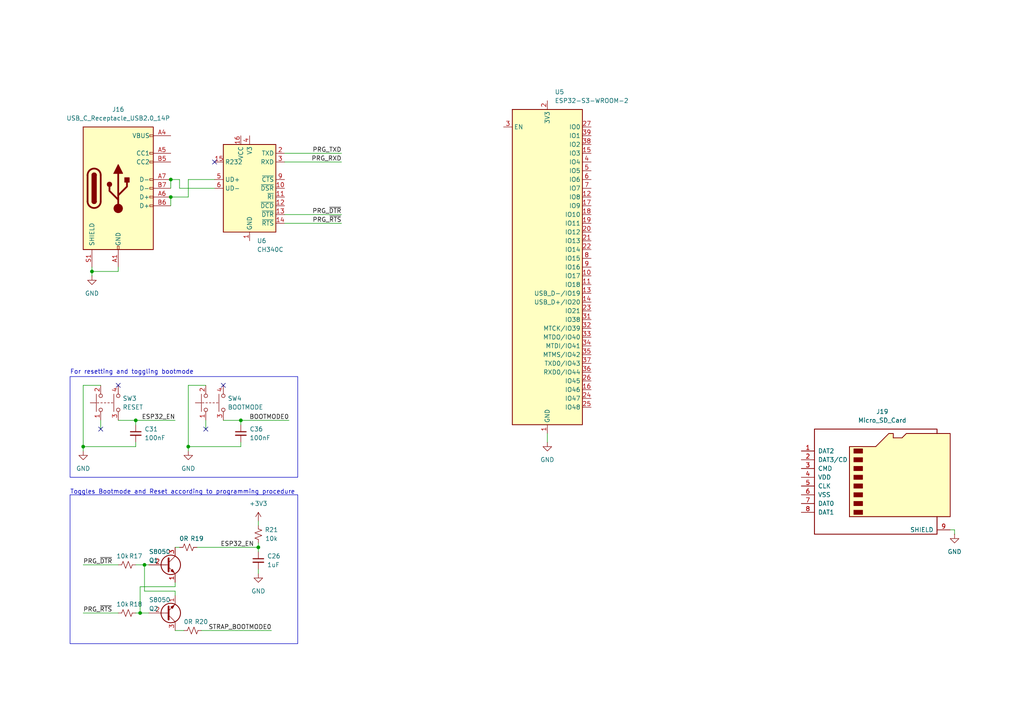
<source format=kicad_sch>
(kicad_sch
	(version 20250114)
	(generator "eeschema")
	(generator_version "9.0")
	(uuid "5d7335be-6721-46e5-a1c9-05bb7e751bbf")
	(paper "A4")
	(lib_symbols
		(symbol "Connector:Micro_SD_Card"
			(pin_names
				(offset 1.016)
			)
			(exclude_from_sim no)
			(in_bom yes)
			(on_board yes)
			(property "Reference" "J"
				(at -16.51 15.24 0)
				(effects
					(font
						(size 1.27 1.27)
					)
				)
			)
			(property "Value" "Micro_SD_Card"
				(at 16.51 15.24 0)
				(effects
					(font
						(size 1.27 1.27)
					)
					(justify right)
				)
			)
			(property "Footprint" ""
				(at 29.21 7.62 0)
				(effects
					(font
						(size 1.27 1.27)
					)
					(hide yes)
				)
			)
			(property "Datasheet" "https://www.we-online.com/components/products/datasheet/693072010801.pdf"
				(at 0 0 0)
				(effects
					(font
						(size 1.27 1.27)
					)
					(hide yes)
				)
			)
			(property "Description" "Micro SD Card Socket"
				(at 0 0 0)
				(effects
					(font
						(size 1.27 1.27)
					)
					(hide yes)
				)
			)
			(property "ki_keywords" "connector SD microsd"
				(at 0 0 0)
				(effects
					(font
						(size 1.27 1.27)
					)
					(hide yes)
				)
			)
			(property "ki_fp_filters" "microSD*"
				(at 0 0 0)
				(effects
					(font
						(size 1.27 1.27)
					)
					(hide yes)
				)
			)
			(symbol "Micro_SD_Card_0_1"
				(polyline
					(pts
						(xy -8.89 -11.43) (xy -8.89 8.89) (xy -1.27 8.89) (xy 2.54 12.7) (xy 3.81 12.7) (xy 3.81 11.43)
						(xy 6.35 11.43) (xy 7.62 12.7) (xy 20.32 12.7) (xy 20.32 -11.43) (xy -8.89 -11.43)
					)
					(stroke
						(width 0.254)
						(type default)
					)
					(fill
						(type background)
					)
				)
				(rectangle
					(start -7.62 8.255)
					(end -5.08 6.985)
					(stroke
						(width 0)
						(type default)
					)
					(fill
						(type outline)
					)
				)
				(rectangle
					(start -7.62 5.715)
					(end -5.08 4.445)
					(stroke
						(width 0)
						(type default)
					)
					(fill
						(type outline)
					)
				)
				(rectangle
					(start -7.62 3.175)
					(end -5.08 1.905)
					(stroke
						(width 0)
						(type default)
					)
					(fill
						(type outline)
					)
				)
				(rectangle
					(start -7.62 0.635)
					(end -5.08 -0.635)
					(stroke
						(width 0)
						(type default)
					)
					(fill
						(type outline)
					)
				)
				(rectangle
					(start -7.62 -1.905)
					(end -5.08 -3.175)
					(stroke
						(width 0)
						(type default)
					)
					(fill
						(type outline)
					)
				)
				(rectangle
					(start -7.62 -4.445)
					(end -5.08 -5.715)
					(stroke
						(width 0)
						(type default)
					)
					(fill
						(type outline)
					)
				)
				(rectangle
					(start -7.62 -6.985)
					(end -5.08 -8.255)
					(stroke
						(width 0)
						(type default)
					)
					(fill
						(type outline)
					)
				)
				(rectangle
					(start -7.62 -9.525)
					(end -5.08 -10.795)
					(stroke
						(width 0)
						(type default)
					)
					(fill
						(type outline)
					)
				)
				(polyline
					(pts
						(xy 16.51 12.7) (xy 16.51 13.97) (xy -19.05 13.97) (xy -19.05 -16.51) (xy 16.51 -16.51) (xy 16.51 -11.43)
					)
					(stroke
						(width 0.254)
						(type default)
					)
					(fill
						(type none)
					)
				)
			)
			(symbol "Micro_SD_Card_1_1"
				(pin bidirectional line
					(at -22.86 7.62 0)
					(length 3.81)
					(name "DAT2"
						(effects
							(font
								(size 1.27 1.27)
							)
						)
					)
					(number "1"
						(effects
							(font
								(size 1.27 1.27)
							)
						)
					)
				)
				(pin bidirectional line
					(at -22.86 5.08 0)
					(length 3.81)
					(name "DAT3/CD"
						(effects
							(font
								(size 1.27 1.27)
							)
						)
					)
					(number "2"
						(effects
							(font
								(size 1.27 1.27)
							)
						)
					)
				)
				(pin input line
					(at -22.86 2.54 0)
					(length 3.81)
					(name "CMD"
						(effects
							(font
								(size 1.27 1.27)
							)
						)
					)
					(number "3"
						(effects
							(font
								(size 1.27 1.27)
							)
						)
					)
				)
				(pin power_in line
					(at -22.86 0 0)
					(length 3.81)
					(name "VDD"
						(effects
							(font
								(size 1.27 1.27)
							)
						)
					)
					(number "4"
						(effects
							(font
								(size 1.27 1.27)
							)
						)
					)
				)
				(pin input line
					(at -22.86 -2.54 0)
					(length 3.81)
					(name "CLK"
						(effects
							(font
								(size 1.27 1.27)
							)
						)
					)
					(number "5"
						(effects
							(font
								(size 1.27 1.27)
							)
						)
					)
				)
				(pin power_in line
					(at -22.86 -5.08 0)
					(length 3.81)
					(name "VSS"
						(effects
							(font
								(size 1.27 1.27)
							)
						)
					)
					(number "6"
						(effects
							(font
								(size 1.27 1.27)
							)
						)
					)
				)
				(pin bidirectional line
					(at -22.86 -7.62 0)
					(length 3.81)
					(name "DAT0"
						(effects
							(font
								(size 1.27 1.27)
							)
						)
					)
					(number "7"
						(effects
							(font
								(size 1.27 1.27)
							)
						)
					)
				)
				(pin bidirectional line
					(at -22.86 -10.16 0)
					(length 3.81)
					(name "DAT1"
						(effects
							(font
								(size 1.27 1.27)
							)
						)
					)
					(number "8"
						(effects
							(font
								(size 1.27 1.27)
							)
						)
					)
				)
				(pin passive line
					(at 20.32 -15.24 180)
					(length 3.81)
					(name "SHIELD"
						(effects
							(font
								(size 1.27 1.27)
							)
						)
					)
					(number "9"
						(effects
							(font
								(size 1.27 1.27)
							)
						)
					)
				)
			)
			(embedded_fonts no)
		)
		(symbol "Connector:USB_C_Receptacle_USB2.0_14P"
			(pin_names
				(offset 1.016)
			)
			(exclude_from_sim no)
			(in_bom yes)
			(on_board yes)
			(property "Reference" "J"
				(at 0 22.225 0)
				(effects
					(font
						(size 1.27 1.27)
					)
				)
			)
			(property "Value" "USB_C_Receptacle_USB2.0_14P"
				(at 0 19.685 0)
				(effects
					(font
						(size 1.27 1.27)
					)
				)
			)
			(property "Footprint" ""
				(at 3.81 0 0)
				(effects
					(font
						(size 1.27 1.27)
					)
					(hide yes)
				)
			)
			(property "Datasheet" "https://www.usb.org/sites/default/files/documents/usb_type-c.zip"
				(at 3.81 0 0)
				(effects
					(font
						(size 1.27 1.27)
					)
					(hide yes)
				)
			)
			(property "Description" "USB 2.0-only 14P Type-C Receptacle connector"
				(at 0 0 0)
				(effects
					(font
						(size 1.27 1.27)
					)
					(hide yes)
				)
			)
			(property "ki_keywords" "usb universal serial bus type-C USB2.0"
				(at 0 0 0)
				(effects
					(font
						(size 1.27 1.27)
					)
					(hide yes)
				)
			)
			(property "ki_fp_filters" "USB*C*Receptacle*"
				(at 0 0 0)
				(effects
					(font
						(size 1.27 1.27)
					)
					(hide yes)
				)
			)
			(symbol "USB_C_Receptacle_USB2.0_14P_0_0"
				(rectangle
					(start -0.254 -17.78)
					(end 0.254 -16.764)
					(stroke
						(width 0)
						(type default)
					)
					(fill
						(type none)
					)
				)
				(rectangle
					(start 10.16 15.494)
					(end 9.144 14.986)
					(stroke
						(width 0)
						(type default)
					)
					(fill
						(type none)
					)
				)
				(rectangle
					(start 10.16 10.414)
					(end 9.144 9.906)
					(stroke
						(width 0)
						(type default)
					)
					(fill
						(type none)
					)
				)
				(rectangle
					(start 10.16 7.874)
					(end 9.144 7.366)
					(stroke
						(width 0)
						(type default)
					)
					(fill
						(type none)
					)
				)
				(rectangle
					(start 10.16 2.794)
					(end 9.144 2.286)
					(stroke
						(width 0)
						(type default)
					)
					(fill
						(type none)
					)
				)
				(rectangle
					(start 10.16 0.254)
					(end 9.144 -0.254)
					(stroke
						(width 0)
						(type default)
					)
					(fill
						(type none)
					)
				)
				(rectangle
					(start 10.16 -2.286)
					(end 9.144 -2.794)
					(stroke
						(width 0)
						(type default)
					)
					(fill
						(type none)
					)
				)
				(rectangle
					(start 10.16 -4.826)
					(end 9.144 -5.334)
					(stroke
						(width 0)
						(type default)
					)
					(fill
						(type none)
					)
				)
			)
			(symbol "USB_C_Receptacle_USB2.0_14P_0_1"
				(rectangle
					(start -10.16 17.78)
					(end 10.16 -17.78)
					(stroke
						(width 0.254)
						(type default)
					)
					(fill
						(type background)
					)
				)
				(polyline
					(pts
						(xy -8.89 -3.81) (xy -8.89 3.81)
					)
					(stroke
						(width 0.508)
						(type default)
					)
					(fill
						(type none)
					)
				)
				(rectangle
					(start -7.62 -3.81)
					(end -6.35 3.81)
					(stroke
						(width 0.254)
						(type default)
					)
					(fill
						(type outline)
					)
				)
				(arc
					(start -7.62 3.81)
					(mid -6.985 4.4423)
					(end -6.35 3.81)
					(stroke
						(width 0.254)
						(type default)
					)
					(fill
						(type none)
					)
				)
				(arc
					(start -7.62 3.81)
					(mid -6.985 4.4423)
					(end -6.35 3.81)
					(stroke
						(width 0.254)
						(type default)
					)
					(fill
						(type outline)
					)
				)
				(arc
					(start -8.89 3.81)
					(mid -6.985 5.7067)
					(end -5.08 3.81)
					(stroke
						(width 0.508)
						(type default)
					)
					(fill
						(type none)
					)
				)
				(arc
					(start -5.08 -3.81)
					(mid -6.985 -5.7067)
					(end -8.89 -3.81)
					(stroke
						(width 0.508)
						(type default)
					)
					(fill
						(type none)
					)
				)
				(arc
					(start -6.35 -3.81)
					(mid -6.985 -4.4423)
					(end -7.62 -3.81)
					(stroke
						(width 0.254)
						(type default)
					)
					(fill
						(type none)
					)
				)
				(arc
					(start -6.35 -3.81)
					(mid -6.985 -4.4423)
					(end -7.62 -3.81)
					(stroke
						(width 0.254)
						(type default)
					)
					(fill
						(type outline)
					)
				)
				(polyline
					(pts
						(xy -5.08 3.81) (xy -5.08 -3.81)
					)
					(stroke
						(width 0.508)
						(type default)
					)
					(fill
						(type none)
					)
				)
				(circle
					(center -2.54 1.143)
					(radius 0.635)
					(stroke
						(width 0.254)
						(type default)
					)
					(fill
						(type outline)
					)
				)
				(polyline
					(pts
						(xy -1.27 4.318) (xy 0 6.858) (xy 1.27 4.318) (xy -1.27 4.318)
					)
					(stroke
						(width 0.254)
						(type default)
					)
					(fill
						(type outline)
					)
				)
				(polyline
					(pts
						(xy 0 -2.032) (xy 2.54 0.508) (xy 2.54 1.778)
					)
					(stroke
						(width 0.508)
						(type default)
					)
					(fill
						(type none)
					)
				)
				(polyline
					(pts
						(xy 0 -3.302) (xy -2.54 -0.762) (xy -2.54 0.508)
					)
					(stroke
						(width 0.508)
						(type default)
					)
					(fill
						(type none)
					)
				)
				(polyline
					(pts
						(xy 0 -5.842) (xy 0 4.318)
					)
					(stroke
						(width 0.508)
						(type default)
					)
					(fill
						(type none)
					)
				)
				(circle
					(center 0 -5.842)
					(radius 1.27)
					(stroke
						(width 0)
						(type default)
					)
					(fill
						(type outline)
					)
				)
				(rectangle
					(start 1.905 1.778)
					(end 3.175 3.048)
					(stroke
						(width 0.254)
						(type default)
					)
					(fill
						(type outline)
					)
				)
			)
			(symbol "USB_C_Receptacle_USB2.0_14P_1_1"
				(pin passive line
					(at -7.62 -22.86 90)
					(length 5.08)
					(name "SHIELD"
						(effects
							(font
								(size 1.27 1.27)
							)
						)
					)
					(number "S1"
						(effects
							(font
								(size 1.27 1.27)
							)
						)
					)
				)
				(pin passive line
					(at 0 -22.86 90)
					(length 5.08)
					(name "GND"
						(effects
							(font
								(size 1.27 1.27)
							)
						)
					)
					(number "A1"
						(effects
							(font
								(size 1.27 1.27)
							)
						)
					)
				)
				(pin passive line
					(at 0 -22.86 90)
					(length 5.08)
					(hide yes)
					(name "GND"
						(effects
							(font
								(size 1.27 1.27)
							)
						)
					)
					(number "A12"
						(effects
							(font
								(size 1.27 1.27)
							)
						)
					)
				)
				(pin passive line
					(at 0 -22.86 90)
					(length 5.08)
					(hide yes)
					(name "GND"
						(effects
							(font
								(size 1.27 1.27)
							)
						)
					)
					(number "B1"
						(effects
							(font
								(size 1.27 1.27)
							)
						)
					)
				)
				(pin passive line
					(at 0 -22.86 90)
					(length 5.08)
					(hide yes)
					(name "GND"
						(effects
							(font
								(size 1.27 1.27)
							)
						)
					)
					(number "B12"
						(effects
							(font
								(size 1.27 1.27)
							)
						)
					)
				)
				(pin passive line
					(at 15.24 15.24 180)
					(length 5.08)
					(name "VBUS"
						(effects
							(font
								(size 1.27 1.27)
							)
						)
					)
					(number "A4"
						(effects
							(font
								(size 1.27 1.27)
							)
						)
					)
				)
				(pin passive line
					(at 15.24 15.24 180)
					(length 5.08)
					(hide yes)
					(name "VBUS"
						(effects
							(font
								(size 1.27 1.27)
							)
						)
					)
					(number "A9"
						(effects
							(font
								(size 1.27 1.27)
							)
						)
					)
				)
				(pin passive line
					(at 15.24 15.24 180)
					(length 5.08)
					(hide yes)
					(name "VBUS"
						(effects
							(font
								(size 1.27 1.27)
							)
						)
					)
					(number "B4"
						(effects
							(font
								(size 1.27 1.27)
							)
						)
					)
				)
				(pin passive line
					(at 15.24 15.24 180)
					(length 5.08)
					(hide yes)
					(name "VBUS"
						(effects
							(font
								(size 1.27 1.27)
							)
						)
					)
					(number "B9"
						(effects
							(font
								(size 1.27 1.27)
							)
						)
					)
				)
				(pin bidirectional line
					(at 15.24 10.16 180)
					(length 5.08)
					(name "CC1"
						(effects
							(font
								(size 1.27 1.27)
							)
						)
					)
					(number "A5"
						(effects
							(font
								(size 1.27 1.27)
							)
						)
					)
				)
				(pin bidirectional line
					(at 15.24 7.62 180)
					(length 5.08)
					(name "CC2"
						(effects
							(font
								(size 1.27 1.27)
							)
						)
					)
					(number "B5"
						(effects
							(font
								(size 1.27 1.27)
							)
						)
					)
				)
				(pin bidirectional line
					(at 15.24 2.54 180)
					(length 5.08)
					(name "D-"
						(effects
							(font
								(size 1.27 1.27)
							)
						)
					)
					(number "A7"
						(effects
							(font
								(size 1.27 1.27)
							)
						)
					)
				)
				(pin bidirectional line
					(at 15.24 0 180)
					(length 5.08)
					(name "D-"
						(effects
							(font
								(size 1.27 1.27)
							)
						)
					)
					(number "B7"
						(effects
							(font
								(size 1.27 1.27)
							)
						)
					)
				)
				(pin bidirectional line
					(at 15.24 -2.54 180)
					(length 5.08)
					(name "D+"
						(effects
							(font
								(size 1.27 1.27)
							)
						)
					)
					(number "A6"
						(effects
							(font
								(size 1.27 1.27)
							)
						)
					)
				)
				(pin bidirectional line
					(at 15.24 -5.08 180)
					(length 5.08)
					(name "D+"
						(effects
							(font
								(size 1.27 1.27)
							)
						)
					)
					(number "B6"
						(effects
							(font
								(size 1.27 1.27)
							)
						)
					)
				)
			)
			(embedded_fonts no)
		)
		(symbol "Device:C_Small"
			(pin_numbers
				(hide yes)
			)
			(pin_names
				(offset 0.254)
				(hide yes)
			)
			(exclude_from_sim no)
			(in_bom yes)
			(on_board yes)
			(property "Reference" "C"
				(at 0.254 1.778 0)
				(effects
					(font
						(size 1.27 1.27)
					)
					(justify left)
				)
			)
			(property "Value" "C_Small"
				(at 0.254 -2.032 0)
				(effects
					(font
						(size 1.27 1.27)
					)
					(justify left)
				)
			)
			(property "Footprint" ""
				(at 0 0 0)
				(effects
					(font
						(size 1.27 1.27)
					)
					(hide yes)
				)
			)
			(property "Datasheet" "~"
				(at 0 0 0)
				(effects
					(font
						(size 1.27 1.27)
					)
					(hide yes)
				)
			)
			(property "Description" "Unpolarized capacitor, small symbol"
				(at 0 0 0)
				(effects
					(font
						(size 1.27 1.27)
					)
					(hide yes)
				)
			)
			(property "ki_keywords" "capacitor cap"
				(at 0 0 0)
				(effects
					(font
						(size 1.27 1.27)
					)
					(hide yes)
				)
			)
			(property "ki_fp_filters" "C_*"
				(at 0 0 0)
				(effects
					(font
						(size 1.27 1.27)
					)
					(hide yes)
				)
			)
			(symbol "C_Small_0_1"
				(polyline
					(pts
						(xy -1.524 0.508) (xy 1.524 0.508)
					)
					(stroke
						(width 0.3048)
						(type default)
					)
					(fill
						(type none)
					)
				)
				(polyline
					(pts
						(xy -1.524 -0.508) (xy 1.524 -0.508)
					)
					(stroke
						(width 0.3302)
						(type default)
					)
					(fill
						(type none)
					)
				)
			)
			(symbol "C_Small_1_1"
				(pin passive line
					(at 0 2.54 270)
					(length 2.032)
					(name "~"
						(effects
							(font
								(size 1.27 1.27)
							)
						)
					)
					(number "1"
						(effects
							(font
								(size 1.27 1.27)
							)
						)
					)
				)
				(pin passive line
					(at 0 -2.54 90)
					(length 2.032)
					(name "~"
						(effects
							(font
								(size 1.27 1.27)
							)
						)
					)
					(number "2"
						(effects
							(font
								(size 1.27 1.27)
							)
						)
					)
				)
			)
			(embedded_fonts no)
		)
		(symbol "Device:R_Small_US"
			(pin_numbers
				(hide yes)
			)
			(pin_names
				(offset 0.254)
				(hide yes)
			)
			(exclude_from_sim no)
			(in_bom yes)
			(on_board yes)
			(property "Reference" "R"
				(at 0.762 0.508 0)
				(effects
					(font
						(size 1.27 1.27)
					)
					(justify left)
				)
			)
			(property "Value" "R_Small_US"
				(at 0.762 -1.016 0)
				(effects
					(font
						(size 1.27 1.27)
					)
					(justify left)
				)
			)
			(property "Footprint" ""
				(at 0 0 0)
				(effects
					(font
						(size 1.27 1.27)
					)
					(hide yes)
				)
			)
			(property "Datasheet" "~"
				(at 0 0 0)
				(effects
					(font
						(size 1.27 1.27)
					)
					(hide yes)
				)
			)
			(property "Description" "Resistor, small US symbol"
				(at 0 0 0)
				(effects
					(font
						(size 1.27 1.27)
					)
					(hide yes)
				)
			)
			(property "ki_keywords" "r resistor"
				(at 0 0 0)
				(effects
					(font
						(size 1.27 1.27)
					)
					(hide yes)
				)
			)
			(property "ki_fp_filters" "R_*"
				(at 0 0 0)
				(effects
					(font
						(size 1.27 1.27)
					)
					(hide yes)
				)
			)
			(symbol "R_Small_US_1_1"
				(polyline
					(pts
						(xy 0 1.524) (xy 1.016 1.143) (xy 0 0.762) (xy -1.016 0.381) (xy 0 0)
					)
					(stroke
						(width 0)
						(type default)
					)
					(fill
						(type none)
					)
				)
				(polyline
					(pts
						(xy 0 0) (xy 1.016 -0.381) (xy 0 -0.762) (xy -1.016 -1.143) (xy 0 -1.524)
					)
					(stroke
						(width 0)
						(type default)
					)
					(fill
						(type none)
					)
				)
				(pin passive line
					(at 0 2.54 270)
					(length 1.016)
					(name "~"
						(effects
							(font
								(size 1.27 1.27)
							)
						)
					)
					(number "1"
						(effects
							(font
								(size 1.27 1.27)
							)
						)
					)
				)
				(pin passive line
					(at 0 -2.54 90)
					(length 1.016)
					(name "~"
						(effects
							(font
								(size 1.27 1.27)
							)
						)
					)
					(number "2"
						(effects
							(font
								(size 1.27 1.27)
							)
						)
					)
				)
			)
			(embedded_fonts no)
		)
		(symbol "GND_11"
			(power)
			(pin_names
				(offset 0)
			)
			(exclude_from_sim no)
			(in_bom yes)
			(on_board yes)
			(property "Reference" "#PWR"
				(at 0 -6.35 0)
				(effects
					(font
						(size 1.27 1.27)
					)
					(hide yes)
				)
			)
			(property "Value" "GND"
				(at 0 -3.81 0)
				(effects
					(font
						(size 1.27 1.27)
					)
				)
			)
			(property "Footprint" ""
				(at 0 0 0)
				(effects
					(font
						(size 1.27 1.27)
					)
					(hide yes)
				)
			)
			(property "Datasheet" ""
				(at 0 0 0)
				(effects
					(font
						(size 1.27 1.27)
					)
					(hide yes)
				)
			)
			(property "Description" "Power symbol creates a global label with name \"GND\" , ground"
				(at 0 0 0)
				(effects
					(font
						(size 1.27 1.27)
					)
					(hide yes)
				)
			)
			(property "ki_keywords" "power-flag"
				(at 0 0 0)
				(effects
					(font
						(size 1.27 1.27)
					)
					(hide yes)
				)
			)
			(symbol "GND_11_0_1"
				(polyline
					(pts
						(xy 0 0) (xy 0 -1.27) (xy 1.27 -1.27) (xy 0 -2.54) (xy -1.27 -1.27) (xy 0 -1.27)
					)
					(stroke
						(width 0)
						(type default)
					)
					(fill
						(type none)
					)
				)
			)
			(symbol "GND_11_1_1"
				(pin power_in line
					(at 0 0 270)
					(length 0)
					(hide yes)
					(name "GND"
						(effects
							(font
								(size 1.27 1.27)
							)
						)
					)
					(number "1"
						(effects
							(font
								(size 1.27 1.27)
							)
						)
					)
				)
			)
			(embedded_fonts no)
		)
		(symbol "GND_6"
			(power)
			(pin_names
				(offset 0)
			)
			(exclude_from_sim no)
			(in_bom yes)
			(on_board yes)
			(property "Reference" "#PWR"
				(at 0 -6.35 0)
				(effects
					(font
						(size 1.27 1.27)
					)
					(hide yes)
				)
			)
			(property "Value" "GND"
				(at 0 -3.81 0)
				(effects
					(font
						(size 1.27 1.27)
					)
				)
			)
			(property "Footprint" ""
				(at 0 0 0)
				(effects
					(font
						(size 1.27 1.27)
					)
					(hide yes)
				)
			)
			(property "Datasheet" ""
				(at 0 0 0)
				(effects
					(font
						(size 1.27 1.27)
					)
					(hide yes)
				)
			)
			(property "Description" "Power symbol creates a global label with name \"GND\" , ground"
				(at 0 0 0)
				(effects
					(font
						(size 1.27 1.27)
					)
					(hide yes)
				)
			)
			(property "ki_keywords" "power-flag"
				(at 0 0 0)
				(effects
					(font
						(size 1.27 1.27)
					)
					(hide yes)
				)
			)
			(symbol "GND_6_0_1"
				(polyline
					(pts
						(xy 0 0) (xy 0 -1.27) (xy 1.27 -1.27) (xy 0 -2.54) (xy -1.27 -1.27) (xy 0 -1.27)
					)
					(stroke
						(width 0)
						(type default)
					)
					(fill
						(type none)
					)
				)
			)
			(symbol "GND_6_1_1"
				(pin power_in line
					(at 0 0 270)
					(length 0)
					(hide yes)
					(name "GND"
						(effects
							(font
								(size 1.27 1.27)
							)
						)
					)
					(number "1"
						(effects
							(font
								(size 1.27 1.27)
							)
						)
					)
				)
			)
			(embedded_fonts no)
		)
		(symbol "GND_7"
			(power)
			(pin_names
				(offset 0)
			)
			(exclude_from_sim no)
			(in_bom yes)
			(on_board yes)
			(property "Reference" "#PWR"
				(at 0 -6.35 0)
				(effects
					(font
						(size 1.27 1.27)
					)
					(hide yes)
				)
			)
			(property "Value" "GND"
				(at 0 -3.81 0)
				(effects
					(font
						(size 1.27 1.27)
					)
				)
			)
			(property "Footprint" ""
				(at 0 0 0)
				(effects
					(font
						(size 1.27 1.27)
					)
					(hide yes)
				)
			)
			(property "Datasheet" ""
				(at 0 0 0)
				(effects
					(font
						(size 1.27 1.27)
					)
					(hide yes)
				)
			)
			(property "Description" "Power symbol creates a global label with name \"GND\" , ground"
				(at 0 0 0)
				(effects
					(font
						(size 1.27 1.27)
					)
					(hide yes)
				)
			)
			(property "ki_keywords" "power-flag"
				(at 0 0 0)
				(effects
					(font
						(size 1.27 1.27)
					)
					(hide yes)
				)
			)
			(symbol "GND_7_0_1"
				(polyline
					(pts
						(xy 0 0) (xy 0 -1.27) (xy 1.27 -1.27) (xy 0 -2.54) (xy -1.27 -1.27) (xy 0 -1.27)
					)
					(stroke
						(width 0)
						(type default)
					)
					(fill
						(type none)
					)
				)
			)
			(symbol "GND_7_1_1"
				(pin power_in line
					(at 0 0 270)
					(length 0)
					(hide yes)
					(name "GND"
						(effects
							(font
								(size 1.27 1.27)
							)
						)
					)
					(number "1"
						(effects
							(font
								(size 1.27 1.27)
							)
						)
					)
				)
			)
			(embedded_fonts no)
		)
		(symbol "Interface_USB:CH340C"
			(exclude_from_sim no)
			(in_bom yes)
			(on_board yes)
			(property "Reference" "U"
				(at -5.08 13.97 0)
				(effects
					(font
						(size 1.27 1.27)
					)
					(justify right)
				)
			)
			(property "Value" "CH340C"
				(at 1.27 13.97 0)
				(effects
					(font
						(size 1.27 1.27)
					)
					(justify left)
				)
			)
			(property "Footprint" "Package_SO:SOIC-16_3.9x9.9mm_P1.27mm"
				(at -18.542 30.226 0)
				(effects
					(font
						(size 1.27 1.27)
					)
					(justify left)
					(hide yes)
				)
			)
			(property "Datasheet" "https://datasheet.lcsc.com/szlcsc/Jiangsu-Qin-Heng-CH340C_C84681.pdf"
				(at -6.604 33.274 0)
				(effects
					(font
						(size 1.27 1.27)
					)
					(hide yes)
				)
			)
			(property "Description" "USB serial converter, crystal-less, UART, SOIC-16"
				(at -1.524 36.068 0)
				(effects
					(font
						(size 1.27 1.27)
					)
					(hide yes)
				)
			)
			(property "ki_keywords" "USB UART Serial Converter Interface"
				(at 0 0 0)
				(effects
					(font
						(size 1.27 1.27)
					)
					(hide yes)
				)
			)
			(property "ki_fp_filters" "SOIC*3.9x9.9mm*P1.27mm*"
				(at 0 0 0)
				(effects
					(font
						(size 1.27 1.27)
					)
					(hide yes)
				)
			)
			(symbol "CH340C_0_1"
				(rectangle
					(start -7.62 12.7)
					(end 7.62 -12.7)
					(stroke
						(width 0.254)
						(type default)
					)
					(fill
						(type background)
					)
				)
			)
			(symbol "CH340C_1_1"
				(pin input line
					(at -10.16 7.62 0)
					(length 2.54)
					(name "R232"
						(effects
							(font
								(size 1.27 1.27)
							)
						)
					)
					(number "15"
						(effects
							(font
								(size 1.27 1.27)
							)
						)
					)
				)
				(pin bidirectional line
					(at -10.16 2.54 0)
					(length 2.54)
					(name "UD+"
						(effects
							(font
								(size 1.27 1.27)
							)
						)
					)
					(number "5"
						(effects
							(font
								(size 1.27 1.27)
							)
						)
					)
				)
				(pin bidirectional line
					(at -10.16 0 0)
					(length 2.54)
					(name "UD-"
						(effects
							(font
								(size 1.27 1.27)
							)
						)
					)
					(number "6"
						(effects
							(font
								(size 1.27 1.27)
							)
						)
					)
				)
				(pin no_connect line
					(at -7.62 -5.08 0)
					(length 2.54)
					(hide yes)
					(name "NC"
						(effects
							(font
								(size 1.27 1.27)
							)
						)
					)
					(number "7"
						(effects
							(font
								(size 1.27 1.27)
							)
						)
					)
				)
				(pin no_connect line
					(at -7.62 -7.62 0)
					(length 2.54)
					(hide yes)
					(name "NC"
						(effects
							(font
								(size 1.27 1.27)
							)
						)
					)
					(number "8"
						(effects
							(font
								(size 1.27 1.27)
							)
						)
					)
				)
				(pin power_in line
					(at -2.54 15.24 270)
					(length 2.54)
					(name "VCC"
						(effects
							(font
								(size 1.27 1.27)
							)
						)
					)
					(number "16"
						(effects
							(font
								(size 1.27 1.27)
							)
						)
					)
				)
				(pin power_out line
					(at 0 15.24 270)
					(length 2.54)
					(name "V3"
						(effects
							(font
								(size 1.27 1.27)
							)
						)
					)
					(number "4"
						(effects
							(font
								(size 1.27 1.27)
							)
						)
					)
				)
				(pin power_in line
					(at 0 -15.24 90)
					(length 2.54)
					(name "GND"
						(effects
							(font
								(size 1.27 1.27)
							)
						)
					)
					(number "1"
						(effects
							(font
								(size 1.27 1.27)
							)
						)
					)
				)
				(pin output line
					(at 10.16 10.16 180)
					(length 2.54)
					(name "TXD"
						(effects
							(font
								(size 1.27 1.27)
							)
						)
					)
					(number "2"
						(effects
							(font
								(size 1.27 1.27)
							)
						)
					)
				)
				(pin input line
					(at 10.16 7.62 180)
					(length 2.54)
					(name "RXD"
						(effects
							(font
								(size 1.27 1.27)
							)
						)
					)
					(number "3"
						(effects
							(font
								(size 1.27 1.27)
							)
						)
					)
				)
				(pin input line
					(at 10.16 2.54 180)
					(length 2.54)
					(name "~{CTS}"
						(effects
							(font
								(size 1.27 1.27)
							)
						)
					)
					(number "9"
						(effects
							(font
								(size 1.27 1.27)
							)
						)
					)
				)
				(pin input line
					(at 10.16 0 180)
					(length 2.54)
					(name "~{DSR}"
						(effects
							(font
								(size 1.27 1.27)
							)
						)
					)
					(number "10"
						(effects
							(font
								(size 1.27 1.27)
							)
						)
					)
				)
				(pin input line
					(at 10.16 -2.54 180)
					(length 2.54)
					(name "~{RI}"
						(effects
							(font
								(size 1.27 1.27)
							)
						)
					)
					(number "11"
						(effects
							(font
								(size 1.27 1.27)
							)
						)
					)
				)
				(pin input line
					(at 10.16 -5.08 180)
					(length 2.54)
					(name "~{DCD}"
						(effects
							(font
								(size 1.27 1.27)
							)
						)
					)
					(number "12"
						(effects
							(font
								(size 1.27 1.27)
							)
						)
					)
				)
				(pin output line
					(at 10.16 -7.62 180)
					(length 2.54)
					(name "~{DTR}"
						(effects
							(font
								(size 1.27 1.27)
							)
						)
					)
					(number "13"
						(effects
							(font
								(size 1.27 1.27)
							)
						)
					)
				)
				(pin output line
					(at 10.16 -10.16 180)
					(length 2.54)
					(name "~{RTS}"
						(effects
							(font
								(size 1.27 1.27)
							)
						)
					)
					(number "14"
						(effects
							(font
								(size 1.27 1.27)
							)
						)
					)
				)
			)
			(embedded_fonts no)
		)
		(symbol "RF_Module:ESP32-S3-WROOM-2"
			(exclude_from_sim no)
			(in_bom yes)
			(on_board yes)
			(property "Reference" "U"
				(at -10.16 45.72 0)
				(effects
					(font
						(size 1.27 1.27)
					)
					(justify left bottom)
				)
			)
			(property "Value" "ESP32-S3-WROOM-2"
				(at 2.54 45.72 0)
				(effects
					(font
						(size 1.27 1.27)
					)
					(justify left bottom)
				)
			)
			(property "Footprint" "RF_Module:ESP32-S3-WROOM-2"
				(at 0 -60.96 0)
				(effects
					(font
						(size 1.27 1.27)
					)
					(hide yes)
				)
			)
			(property "Datasheet" "https://www.espressif.com/sites/default/files/documentation/esp32-s3-wroom-2_datasheet_en.pdf"
				(at 0 -63.5 0)
				(effects
					(font
						(size 1.27 1.27)
					)
					(hide yes)
				)
			)
			(property "Description" "RF Module, 2.4 GHz, Wi­-Fi, Bluetooth, BLE, ESP32­-S3R8V"
				(at 0 0 0)
				(effects
					(font
						(size 1.27 1.27)
					)
					(hide yes)
				)
			)
			(property "ki_keywords" "Bluetooth WiFi Wi-Fi ESP WROOM"
				(at 0 0 0)
				(effects
					(font
						(size 1.27 1.27)
					)
					(hide yes)
				)
			)
			(property "ki_fp_filters" "ESP32?S3?WROOM?2*"
				(at 0 0 0)
				(effects
					(font
						(size 1.27 1.27)
					)
					(hide yes)
				)
			)
			(symbol "ESP32-S3-WROOM-2_0_1"
				(rectangle
					(start -10.16 45.72)
					(end 10.16 -45.72)
					(stroke
						(width 0.254)
						(type default)
					)
					(fill
						(type background)
					)
				)
			)
			(symbol "ESP32-S3-WROOM-2_1_1"
				(pin input line
					(at -12.7 40.64 0)
					(length 2.54)
					(name "EN"
						(effects
							(font
								(size 1.27 1.27)
							)
						)
					)
					(number "3"
						(effects
							(font
								(size 1.27 1.27)
							)
						)
					)
				)
				(pin no_connect line
					(at -10.16 -35.56 0)
					(length 2.54)
					(hide yes)
					(name "NC"
						(effects
							(font
								(size 1.27 1.27)
							)
						)
					)
					(number "28"
						(effects
							(font
								(size 1.27 1.27)
							)
						)
					)
				)
				(pin no_connect line
					(at -10.16 -38.1 0)
					(length 2.54)
					(hide yes)
					(name "NC"
						(effects
							(font
								(size 1.27 1.27)
							)
						)
					)
					(number "29"
						(effects
							(font
								(size 1.27 1.27)
							)
						)
					)
				)
				(pin no_connect line
					(at -10.16 -40.64 0)
					(length 2.54)
					(hide yes)
					(name "NC"
						(effects
							(font
								(size 1.27 1.27)
							)
						)
					)
					(number "30"
						(effects
							(font
								(size 1.27 1.27)
							)
						)
					)
				)
				(pin power_in line
					(at 0 48.26 270)
					(length 2.54)
					(name "3V3"
						(effects
							(font
								(size 1.27 1.27)
							)
						)
					)
					(number "2"
						(effects
							(font
								(size 1.27 1.27)
							)
						)
					)
				)
				(pin power_in line
					(at 0 -48.26 90)
					(length 2.54)
					(name "GND"
						(effects
							(font
								(size 1.27 1.27)
							)
						)
					)
					(number "1"
						(effects
							(font
								(size 1.27 1.27)
							)
						)
					)
				)
				(pin passive line
					(at 0 -48.26 90)
					(length 2.54)
					(hide yes)
					(name "GND"
						(effects
							(font
								(size 1.27 1.27)
							)
						)
					)
					(number "40"
						(effects
							(font
								(size 1.27 1.27)
							)
						)
					)
				)
				(pin passive line
					(at 0 -48.26 90)
					(length 2.54)
					(hide yes)
					(name "GND"
						(effects
							(font
								(size 1.27 1.27)
							)
						)
					)
					(number "41"
						(effects
							(font
								(size 1.27 1.27)
							)
						)
					)
				)
				(pin bidirectional line
					(at 12.7 40.64 180)
					(length 2.54)
					(name "IO0"
						(effects
							(font
								(size 1.27 1.27)
							)
						)
					)
					(number "27"
						(effects
							(font
								(size 1.27 1.27)
							)
						)
					)
				)
				(pin bidirectional line
					(at 12.7 38.1 180)
					(length 2.54)
					(name "IO1"
						(effects
							(font
								(size 1.27 1.27)
							)
						)
					)
					(number "39"
						(effects
							(font
								(size 1.27 1.27)
							)
						)
					)
				)
				(pin bidirectional line
					(at 12.7 35.56 180)
					(length 2.54)
					(name "IO2"
						(effects
							(font
								(size 1.27 1.27)
							)
						)
					)
					(number "38"
						(effects
							(font
								(size 1.27 1.27)
							)
						)
					)
				)
				(pin bidirectional line
					(at 12.7 33.02 180)
					(length 2.54)
					(name "IO3"
						(effects
							(font
								(size 1.27 1.27)
							)
						)
					)
					(number "15"
						(effects
							(font
								(size 1.27 1.27)
							)
						)
					)
				)
				(pin bidirectional line
					(at 12.7 30.48 180)
					(length 2.54)
					(name "IO4"
						(effects
							(font
								(size 1.27 1.27)
							)
						)
					)
					(number "4"
						(effects
							(font
								(size 1.27 1.27)
							)
						)
					)
				)
				(pin bidirectional line
					(at 12.7 27.94 180)
					(length 2.54)
					(name "IO5"
						(effects
							(font
								(size 1.27 1.27)
							)
						)
					)
					(number "5"
						(effects
							(font
								(size 1.27 1.27)
							)
						)
					)
				)
				(pin bidirectional line
					(at 12.7 25.4 180)
					(length 2.54)
					(name "IO6"
						(effects
							(font
								(size 1.27 1.27)
							)
						)
					)
					(number "6"
						(effects
							(font
								(size 1.27 1.27)
							)
						)
					)
				)
				(pin bidirectional line
					(at 12.7 22.86 180)
					(length 2.54)
					(name "IO7"
						(effects
							(font
								(size 1.27 1.27)
							)
						)
					)
					(number "7"
						(effects
							(font
								(size 1.27 1.27)
							)
						)
					)
				)
				(pin bidirectional line
					(at 12.7 20.32 180)
					(length 2.54)
					(name "IO8"
						(effects
							(font
								(size 1.27 1.27)
							)
						)
					)
					(number "12"
						(effects
							(font
								(size 1.27 1.27)
							)
						)
					)
				)
				(pin bidirectional line
					(at 12.7 17.78 180)
					(length 2.54)
					(name "IO9"
						(effects
							(font
								(size 1.27 1.27)
							)
						)
					)
					(number "17"
						(effects
							(font
								(size 1.27 1.27)
							)
						)
					)
				)
				(pin bidirectional line
					(at 12.7 15.24 180)
					(length 2.54)
					(name "IO10"
						(effects
							(font
								(size 1.27 1.27)
							)
						)
					)
					(number "18"
						(effects
							(font
								(size 1.27 1.27)
							)
						)
					)
				)
				(pin bidirectional line
					(at 12.7 12.7 180)
					(length 2.54)
					(name "IO11"
						(effects
							(font
								(size 1.27 1.27)
							)
						)
					)
					(number "19"
						(effects
							(font
								(size 1.27 1.27)
							)
						)
					)
				)
				(pin bidirectional line
					(at 12.7 10.16 180)
					(length 2.54)
					(name "IO12"
						(effects
							(font
								(size 1.27 1.27)
							)
						)
					)
					(number "20"
						(effects
							(font
								(size 1.27 1.27)
							)
						)
					)
				)
				(pin bidirectional line
					(at 12.7 7.62 180)
					(length 2.54)
					(name "IO13"
						(effects
							(font
								(size 1.27 1.27)
							)
						)
					)
					(number "21"
						(effects
							(font
								(size 1.27 1.27)
							)
						)
					)
				)
				(pin bidirectional line
					(at 12.7 5.08 180)
					(length 2.54)
					(name "IO14"
						(effects
							(font
								(size 1.27 1.27)
							)
						)
					)
					(number "22"
						(effects
							(font
								(size 1.27 1.27)
							)
						)
					)
				)
				(pin bidirectional line
					(at 12.7 2.54 180)
					(length 2.54)
					(name "IO15"
						(effects
							(font
								(size 1.27 1.27)
							)
						)
					)
					(number "8"
						(effects
							(font
								(size 1.27 1.27)
							)
						)
					)
				)
				(pin bidirectional line
					(at 12.7 0 180)
					(length 2.54)
					(name "IO16"
						(effects
							(font
								(size 1.27 1.27)
							)
						)
					)
					(number "9"
						(effects
							(font
								(size 1.27 1.27)
							)
						)
					)
				)
				(pin bidirectional line
					(at 12.7 -2.54 180)
					(length 2.54)
					(name "IO17"
						(effects
							(font
								(size 1.27 1.27)
							)
						)
					)
					(number "10"
						(effects
							(font
								(size 1.27 1.27)
							)
						)
					)
				)
				(pin bidirectional line
					(at 12.7 -5.08 180)
					(length 2.54)
					(name "IO18"
						(effects
							(font
								(size 1.27 1.27)
							)
						)
					)
					(number "11"
						(effects
							(font
								(size 1.27 1.27)
							)
						)
					)
				)
				(pin bidirectional line
					(at 12.7 -7.62 180)
					(length 2.54)
					(name "USB_D-/IO19"
						(effects
							(font
								(size 1.27 1.27)
							)
						)
					)
					(number "13"
						(effects
							(font
								(size 1.27 1.27)
							)
						)
					)
				)
				(pin bidirectional line
					(at 12.7 -10.16 180)
					(length 2.54)
					(name "USB_D+/IO20"
						(effects
							(font
								(size 1.27 1.27)
							)
						)
					)
					(number "14"
						(effects
							(font
								(size 1.27 1.27)
							)
						)
					)
				)
				(pin bidirectional line
					(at 12.7 -12.7 180)
					(length 2.54)
					(name "IO21"
						(effects
							(font
								(size 1.27 1.27)
							)
						)
					)
					(number "23"
						(effects
							(font
								(size 1.27 1.27)
							)
						)
					)
				)
				(pin bidirectional line
					(at 12.7 -15.24 180)
					(length 2.54)
					(name "IO38"
						(effects
							(font
								(size 1.27 1.27)
							)
						)
					)
					(number "31"
						(effects
							(font
								(size 1.27 1.27)
							)
						)
					)
				)
				(pin bidirectional line
					(at 12.7 -17.78 180)
					(length 2.54)
					(name "MTCK/IO39"
						(effects
							(font
								(size 1.27 1.27)
							)
						)
					)
					(number "32"
						(effects
							(font
								(size 1.27 1.27)
							)
						)
					)
				)
				(pin bidirectional line
					(at 12.7 -20.32 180)
					(length 2.54)
					(name "MTDO/IO40"
						(effects
							(font
								(size 1.27 1.27)
							)
						)
					)
					(number "33"
						(effects
							(font
								(size 1.27 1.27)
							)
						)
					)
				)
				(pin bidirectional line
					(at 12.7 -22.86 180)
					(length 2.54)
					(name "MTDI/IO41"
						(effects
							(font
								(size 1.27 1.27)
							)
						)
					)
					(number "34"
						(effects
							(font
								(size 1.27 1.27)
							)
						)
					)
				)
				(pin bidirectional line
					(at 12.7 -25.4 180)
					(length 2.54)
					(name "MTMS/IO42"
						(effects
							(font
								(size 1.27 1.27)
							)
						)
					)
					(number "35"
						(effects
							(font
								(size 1.27 1.27)
							)
						)
					)
				)
				(pin bidirectional line
					(at 12.7 -27.94 180)
					(length 2.54)
					(name "TXD0/IO43"
						(effects
							(font
								(size 1.27 1.27)
							)
						)
					)
					(number "37"
						(effects
							(font
								(size 1.27 1.27)
							)
						)
					)
				)
				(pin bidirectional line
					(at 12.7 -30.48 180)
					(length 2.54)
					(name "RXD0/IO44"
						(effects
							(font
								(size 1.27 1.27)
							)
						)
					)
					(number "36"
						(effects
							(font
								(size 1.27 1.27)
							)
						)
					)
				)
				(pin bidirectional line
					(at 12.7 -33.02 180)
					(length 2.54)
					(name "IO45"
						(effects
							(font
								(size 1.27 1.27)
							)
						)
					)
					(number "26"
						(effects
							(font
								(size 1.27 1.27)
							)
						)
					)
				)
				(pin bidirectional line
					(at 12.7 -35.56 180)
					(length 2.54)
					(name "IO46"
						(effects
							(font
								(size 1.27 1.27)
							)
						)
					)
					(number "16"
						(effects
							(font
								(size 1.27 1.27)
							)
						)
					)
				)
				(pin bidirectional line
					(at 12.7 -38.1 180)
					(length 2.54)
					(name "IO47"
						(effects
							(font
								(size 1.27 1.27)
							)
						)
					)
					(number "24"
						(effects
							(font
								(size 1.27 1.27)
							)
						)
					)
				)
				(pin bidirectional line
					(at 12.7 -40.64 180)
					(length 2.54)
					(name "IO48"
						(effects
							(font
								(size 1.27 1.27)
							)
						)
					)
					(number "25"
						(effects
							(font
								(size 1.27 1.27)
							)
						)
					)
				)
			)
			(embedded_fonts no)
		)
		(symbol "Switch:SW_Push_Dual"
			(pin_names
				(offset 1.016)
				(hide yes)
			)
			(exclude_from_sim no)
			(in_bom yes)
			(on_board yes)
			(property "Reference" "SW"
				(at 1.27 2.54 0)
				(effects
					(font
						(size 1.27 1.27)
					)
					(justify left)
				)
			)
			(property "Value" "SW_Push_Dual"
				(at 0 -6.858 0)
				(effects
					(font
						(size 1.27 1.27)
					)
				)
			)
			(property "Footprint" ""
				(at 0 5.08 0)
				(effects
					(font
						(size 1.27 1.27)
					)
					(hide yes)
				)
			)
			(property "Datasheet" "~"
				(at 0 5.08 0)
				(effects
					(font
						(size 1.27 1.27)
					)
					(hide yes)
				)
			)
			(property "Description" "Push button switch, generic, symbol, four pins"
				(at 0 0 0)
				(effects
					(font
						(size 1.27 1.27)
					)
					(hide yes)
				)
			)
			(property "ki_keywords" "switch normally-open pushbutton push-button"
				(at 0 0 0)
				(effects
					(font
						(size 1.27 1.27)
					)
					(hide yes)
				)
			)
			(symbol "SW_Push_Dual_0_1"
				(circle
					(center -2.032 0)
					(radius 0.508)
					(stroke
						(width 0)
						(type default)
					)
					(fill
						(type none)
					)
				)
				(circle
					(center -2.032 -5.08)
					(radius 0.508)
					(stroke
						(width 0)
						(type default)
					)
					(fill
						(type none)
					)
				)
				(polyline
					(pts
						(xy 0 1.27) (xy 0 3.048)
					)
					(stroke
						(width 0)
						(type default)
					)
					(fill
						(type none)
					)
				)
				(polyline
					(pts
						(xy 0 0.508) (xy 0 1.016)
					)
					(stroke
						(width 0)
						(type default)
					)
					(fill
						(type none)
					)
				)
				(polyline
					(pts
						(xy 0 -0.508) (xy 0 0)
					)
					(stroke
						(width 0)
						(type default)
					)
					(fill
						(type none)
					)
				)
				(polyline
					(pts
						(xy 0 -1.524) (xy 0 -1.016)
					)
					(stroke
						(width 0)
						(type default)
					)
					(fill
						(type none)
					)
				)
				(polyline
					(pts
						(xy 0 -2.032) (xy 0 -2.54)
					)
					(stroke
						(width 0)
						(type default)
					)
					(fill
						(type none)
					)
				)
				(polyline
					(pts
						(xy 0 -3.048) (xy 0 -3.556)
					)
					(stroke
						(width 0)
						(type default)
					)
					(fill
						(type none)
					)
				)
				(circle
					(center 2.032 0)
					(radius 0.508)
					(stroke
						(width 0)
						(type default)
					)
					(fill
						(type none)
					)
				)
				(circle
					(center 2.032 -5.08)
					(radius 0.508)
					(stroke
						(width 0)
						(type default)
					)
					(fill
						(type none)
					)
				)
				(polyline
					(pts
						(xy 2.54 1.27) (xy -2.54 1.27)
					)
					(stroke
						(width 0)
						(type default)
					)
					(fill
						(type none)
					)
				)
				(polyline
					(pts
						(xy 2.54 -3.81) (xy -2.54 -3.81)
					)
					(stroke
						(width 0)
						(type default)
					)
					(fill
						(type none)
					)
				)
				(pin passive line
					(at -5.08 0 0)
					(length 2.54)
					(name "1"
						(effects
							(font
								(size 1.27 1.27)
							)
						)
					)
					(number "1"
						(effects
							(font
								(size 1.27 1.27)
							)
						)
					)
				)
				(pin passive line
					(at -5.08 -5.08 0)
					(length 2.54)
					(name "3"
						(effects
							(font
								(size 1.27 1.27)
							)
						)
					)
					(number "3"
						(effects
							(font
								(size 1.27 1.27)
							)
						)
					)
				)
				(pin passive line
					(at 5.08 0 180)
					(length 2.54)
					(name "2"
						(effects
							(font
								(size 1.27 1.27)
							)
						)
					)
					(number "2"
						(effects
							(font
								(size 1.27 1.27)
							)
						)
					)
				)
				(pin passive line
					(at 5.08 -5.08 180)
					(length 2.54)
					(name "4"
						(effects
							(font
								(size 1.27 1.27)
							)
						)
					)
					(number "4"
						(effects
							(font
								(size 1.27 1.27)
							)
						)
					)
				)
			)
			(embedded_fonts no)
		)
		(symbol "Transistor_BJT:S8050"
			(pin_names
				(offset 0)
				(hide yes)
			)
			(exclude_from_sim no)
			(in_bom yes)
			(on_board yes)
			(property "Reference" "Q"
				(at 5.08 1.905 0)
				(effects
					(font
						(size 1.27 1.27)
					)
					(justify left)
				)
			)
			(property "Value" "S8050"
				(at 5.08 0 0)
				(effects
					(font
						(size 1.27 1.27)
					)
					(justify left)
				)
			)
			(property "Footprint" "Package_TO_SOT_THT:TO-92_Inline"
				(at 5.08 -1.905 0)
				(effects
					(font
						(size 1.27 1.27)
						(italic yes)
					)
					(justify left)
					(hide yes)
				)
			)
			(property "Datasheet" "http://www.unisonic.com.tw/datasheet/S8050.pdf"
				(at 0 0 0)
				(effects
					(font
						(size 1.27 1.27)
					)
					(justify left)
					(hide yes)
				)
			)
			(property "Description" "0.7A Ic, 20V Vce, Low Voltage High Current NPN Transistor, TO-92"
				(at 0 0 0)
				(effects
					(font
						(size 1.27 1.27)
					)
					(hide yes)
				)
			)
			(property "ki_keywords" "S8050 NPN Low Voltage High Current Transistor"
				(at 0 0 0)
				(effects
					(font
						(size 1.27 1.27)
					)
					(hide yes)
				)
			)
			(property "ki_fp_filters" "TO?92*"
				(at 0 0 0)
				(effects
					(font
						(size 1.27 1.27)
					)
					(hide yes)
				)
			)
			(symbol "S8050_0_1"
				(polyline
					(pts
						(xy 0 0) (xy 0.635 0)
					)
					(stroke
						(width 0)
						(type default)
					)
					(fill
						(type none)
					)
				)
				(polyline
					(pts
						(xy 0.635 1.905) (xy 0.635 -1.905) (xy 0.635 -1.905)
					)
					(stroke
						(width 0.508)
						(type default)
					)
					(fill
						(type none)
					)
				)
				(polyline
					(pts
						(xy 0.635 0.635) (xy 2.54 2.54)
					)
					(stroke
						(width 0)
						(type default)
					)
					(fill
						(type none)
					)
				)
				(polyline
					(pts
						(xy 0.635 -0.635) (xy 2.54 -2.54) (xy 2.54 -2.54)
					)
					(stroke
						(width 0)
						(type default)
					)
					(fill
						(type none)
					)
				)
				(circle
					(center 1.27 0)
					(radius 2.8194)
					(stroke
						(width 0.254)
						(type default)
					)
					(fill
						(type none)
					)
				)
				(polyline
					(pts
						(xy 1.27 -1.778) (xy 1.778 -1.27) (xy 2.286 -2.286) (xy 1.27 -1.778) (xy 1.27 -1.778)
					)
					(stroke
						(width 0)
						(type default)
					)
					(fill
						(type outline)
					)
				)
			)
			(symbol "S8050_1_1"
				(pin input line
					(at -5.08 0 0)
					(length 5.08)
					(name "B"
						(effects
							(font
								(size 1.27 1.27)
							)
						)
					)
					(number "2"
						(effects
							(font
								(size 1.27 1.27)
							)
						)
					)
				)
				(pin passive line
					(at 2.54 5.08 270)
					(length 2.54)
					(name "C"
						(effects
							(font
								(size 1.27 1.27)
							)
						)
					)
					(number "3"
						(effects
							(font
								(size 1.27 1.27)
							)
						)
					)
				)
				(pin passive line
					(at 2.54 -5.08 90)
					(length 2.54)
					(name "E"
						(effects
							(font
								(size 1.27 1.27)
							)
						)
					)
					(number "1"
						(effects
							(font
								(size 1.27 1.27)
							)
						)
					)
				)
			)
			(embedded_fonts no)
		)
		(symbol "power:+3V3"
			(power)
			(pin_names
				(offset 0)
			)
			(exclude_from_sim no)
			(in_bom yes)
			(on_board yes)
			(property "Reference" "#PWR"
				(at 0 -3.81 0)
				(effects
					(font
						(size 1.27 1.27)
					)
					(hide yes)
				)
			)
			(property "Value" "+3V3"
				(at 0 3.556 0)
				(effects
					(font
						(size 1.27 1.27)
					)
				)
			)
			(property "Footprint" ""
				(at 0 0 0)
				(effects
					(font
						(size 1.27 1.27)
					)
					(hide yes)
				)
			)
			(property "Datasheet" ""
				(at 0 0 0)
				(effects
					(font
						(size 1.27 1.27)
					)
					(hide yes)
				)
			)
			(property "Description" "Power symbol creates a global label with name \"+3V3\""
				(at 0 0 0)
				(effects
					(font
						(size 1.27 1.27)
					)
					(hide yes)
				)
			)
			(property "ki_keywords" "power-flag"
				(at 0 0 0)
				(effects
					(font
						(size 1.27 1.27)
					)
					(hide yes)
				)
			)
			(symbol "+3V3_0_1"
				(polyline
					(pts
						(xy -0.762 1.27) (xy 0 2.54)
					)
					(stroke
						(width 0)
						(type default)
					)
					(fill
						(type none)
					)
				)
				(polyline
					(pts
						(xy 0 2.54) (xy 0.762 1.27)
					)
					(stroke
						(width 0)
						(type default)
					)
					(fill
						(type none)
					)
				)
				(polyline
					(pts
						(xy 0 0) (xy 0 2.54)
					)
					(stroke
						(width 0)
						(type default)
					)
					(fill
						(type none)
					)
				)
			)
			(symbol "+3V3_1_1"
				(pin power_in line
					(at 0 0 90)
					(length 0)
					(hide yes)
					(name "+3V3"
						(effects
							(font
								(size 1.27 1.27)
							)
						)
					)
					(number "1"
						(effects
							(font
								(size 1.27 1.27)
							)
						)
					)
				)
			)
			(embedded_fonts no)
		)
		(symbol "power:GND"
			(power)
			(pin_numbers
				(hide yes)
			)
			(pin_names
				(offset 0)
				(hide yes)
			)
			(exclude_from_sim no)
			(in_bom yes)
			(on_board yes)
			(property "Reference" "#PWR"
				(at 0 -6.35 0)
				(effects
					(font
						(size 1.27 1.27)
					)
					(hide yes)
				)
			)
			(property "Value" "GND"
				(at 0 -3.81 0)
				(effects
					(font
						(size 1.27 1.27)
					)
				)
			)
			(property "Footprint" ""
				(at 0 0 0)
				(effects
					(font
						(size 1.27 1.27)
					)
					(hide yes)
				)
			)
			(property "Datasheet" ""
				(at 0 0 0)
				(effects
					(font
						(size 1.27 1.27)
					)
					(hide yes)
				)
			)
			(property "Description" "Power symbol creates a global label with name \"GND\" , ground"
				(at 0 0 0)
				(effects
					(font
						(size 1.27 1.27)
					)
					(hide yes)
				)
			)
			(property "ki_keywords" "global power"
				(at 0 0 0)
				(effects
					(font
						(size 1.27 1.27)
					)
					(hide yes)
				)
			)
			(symbol "GND_0_1"
				(polyline
					(pts
						(xy 0 0) (xy 0 -1.27) (xy 1.27 -1.27) (xy 0 -2.54) (xy -1.27 -1.27) (xy 0 -1.27)
					)
					(stroke
						(width 0)
						(type default)
					)
					(fill
						(type none)
					)
				)
			)
			(symbol "GND_1_1"
				(pin power_in line
					(at 0 0 270)
					(length 0)
					(name "~"
						(effects
							(font
								(size 1.27 1.27)
							)
						)
					)
					(number "1"
						(effects
							(font
								(size 1.27 1.27)
							)
						)
					)
				)
			)
			(embedded_fonts no)
		)
	)
	(rectangle
		(start 20.32 143.51)
		(end 86.36 186.69)
		(stroke
			(width 0)
			(type default)
		)
		(fill
			(type none)
		)
		(uuid 22f67c42-f4b6-486f-b833-4eeeb209b404)
	)
	(rectangle
		(start 20.32 109.22)
		(end 86.36 138.43)
		(stroke
			(width 0)
			(type default)
		)
		(fill
			(type none)
		)
		(uuid ca504e5b-2ca6-4870-a895-ec5920d1950e)
	)
	(text "For resetting and toggling bootmode"
		(exclude_from_sim no)
		(at 20.32 108.712 0)
		(effects
			(font
				(size 1.27 1.27)
			)
			(justify left bottom)
		)
		(uuid "97922094-dd10-4a06-b7d3-85c347ddbf35")
	)
	(text "Toggles Bootmode and Reset according to programming procedure"
		(exclude_from_sim no)
		(at 20.32 143.51 0)
		(effects
			(font
				(size 1.27 1.27)
			)
			(justify left bottom)
		)
		(uuid "9ee84670-2d47-4a99-8ff2-f5ffb449be0d")
	)
	(junction
		(at 49.53 52.07)
		(diameter 0)
		(color 0 0 0 0)
		(uuid "05235f0c-1ad9-4c61-bcd5-3f1750908fe1")
	)
	(junction
		(at 69.85 121.92)
		(diameter 0)
		(color 0 0 0 0)
		(uuid "4f4719d3-a79b-45ee-9bfb-681f796bcf56")
	)
	(junction
		(at 54.61 129.54)
		(diameter 0)
		(color 0 0 0 0)
		(uuid "6491dbc2-5422-45f3-a002-18c8c0ac75a4")
	)
	(junction
		(at 39.37 121.92)
		(diameter 0)
		(color 0 0 0 0)
		(uuid "728eabb8-b2e6-43df-8d59-a025eb5603ca")
	)
	(junction
		(at 26.67 78.74)
		(diameter 0)
		(color 0 0 0 0)
		(uuid "7b26f189-645f-449c-b914-07c07d2b0e1b")
	)
	(junction
		(at 40.64 177.8)
		(diameter 0)
		(color 0 0 0 0)
		(uuid "83b858d8-4298-49ab-95cf-b91d60c81a42")
	)
	(junction
		(at 49.53 57.15)
		(diameter 0)
		(color 0 0 0 0)
		(uuid "bf4c398a-3d86-4ce7-a57c-07bc51c38c14")
	)
	(junction
		(at 24.13 129.54)
		(diameter 0)
		(color 0 0 0 0)
		(uuid "d5361f2b-6ac8-43a0-993d-f663d357a13f")
	)
	(junction
		(at 41.91 163.83)
		(diameter 0)
		(color 0 0 0 0)
		(uuid "f337c15e-2c46-4067-8703-5c5476197e6a")
	)
	(junction
		(at 74.93 158.75)
		(diameter 0)
		(color 0 0 0 0)
		(uuid "f495ea4b-696c-4c67-9b7d-c1bceb5b73a8")
	)
	(no_connect
		(at 59.69 124.46)
		(uuid "24aa9d74-f042-4489-9101-5b234c56571b")
	)
	(no_connect
		(at 34.29 111.76)
		(uuid "4891183e-6229-47b2-b87f-2978589ddc9c")
	)
	(no_connect
		(at 29.21 124.46)
		(uuid "5f2d786d-62f9-4ca6-9fc9-5a524ad190cd")
	)
	(no_connect
		(at 62.23 46.99)
		(uuid "f1dc460c-d408-47d1-b5a9-c9ca0778a0df")
	)
	(no_connect
		(at 64.77 111.76)
		(uuid "f61f8ee0-580e-4d38-81a9-3510cfd15024")
	)
	(wire
		(pts
			(xy 158.75 125.73) (xy 158.75 128.27)
		)
		(stroke
			(width 0)
			(type default)
		)
		(uuid "020198e8-b2c2-4d56-b358-dd909b4b03c8")
	)
	(wire
		(pts
			(xy 24.13 177.8) (xy 34.29 177.8)
		)
		(stroke
			(width 0)
			(type default)
		)
		(uuid "03b53037-61ac-4b39-87ab-b46931eda1e9")
	)
	(wire
		(pts
			(xy 40.64 170.18) (xy 50.8 170.18)
		)
		(stroke
			(width 0)
			(type default)
		)
		(uuid "18720001-7c53-41f1-8555-2cbca31f6eb0")
	)
	(wire
		(pts
			(xy 50.8 182.88) (xy 53.34 182.88)
		)
		(stroke
			(width 0)
			(type default)
		)
		(uuid "1ab74203-407a-4b27-bf90-bdb48d6be601")
	)
	(wire
		(pts
			(xy 34.29 78.74) (xy 34.29 77.47)
		)
		(stroke
			(width 0)
			(type default)
		)
		(uuid "1e10efa8-7440-41a5-b8e4-3e45481a76c5")
	)
	(wire
		(pts
			(xy 74.93 158.75) (xy 74.93 157.48)
		)
		(stroke
			(width 0)
			(type default)
		)
		(uuid "21852c1f-84db-4a82-8f6c-8b7d695b1362")
	)
	(wire
		(pts
			(xy 276.86 153.67) (xy 275.59 153.67)
		)
		(stroke
			(width 0)
			(type default)
		)
		(uuid "229b73b3-fe5c-4eed-9fce-0d52504c8a6f")
	)
	(wire
		(pts
			(xy 26.67 80.01) (xy 26.67 78.74)
		)
		(stroke
			(width 0)
			(type default)
		)
		(uuid "251bcb5d-a7c4-4d89-a410-899d1b839dfe")
	)
	(wire
		(pts
			(xy 74.93 158.75) (xy 74.93 160.02)
		)
		(stroke
			(width 0)
			(type default)
		)
		(uuid "27ade9b4-aa46-4dd3-87b7-bfd02ca17b4a")
	)
	(wire
		(pts
			(xy 59.69 111.76) (xy 54.61 111.76)
		)
		(stroke
			(width 0)
			(type default)
		)
		(uuid "2a389820-e1ab-48dd-a1f7-59dbc9fc0134")
	)
	(wire
		(pts
			(xy 57.15 158.75) (xy 74.93 158.75)
		)
		(stroke
			(width 0)
			(type default)
		)
		(uuid "2b44a432-723e-4bcd-9d33-62c197c1f734")
	)
	(wire
		(pts
			(xy 26.67 78.74) (xy 34.29 78.74)
		)
		(stroke
			(width 0)
			(type default)
		)
		(uuid "42439444-454e-4e0a-8741-6bb96987fe9e")
	)
	(wire
		(pts
			(xy 69.85 129.54) (xy 54.61 129.54)
		)
		(stroke
			(width 0)
			(type default)
		)
		(uuid "42a64ee3-96bd-4412-bf35-71c7664a83af")
	)
	(wire
		(pts
			(xy 276.86 153.67) (xy 276.86 154.94)
		)
		(stroke
			(width 0)
			(type default)
		)
		(uuid "46a5adf5-fb96-4b5c-a319-75b81b07326f")
	)
	(wire
		(pts
			(xy 82.55 62.23) (xy 99.06 62.23)
		)
		(stroke
			(width 0)
			(type default)
		)
		(uuid "48467341-39b1-4cd2-a101-084256c7ff0b")
	)
	(wire
		(pts
			(xy 99.06 46.99) (xy 82.55 46.99)
		)
		(stroke
			(width 0)
			(type default)
		)
		(uuid "4c2a3c75-391c-4840-aa0e-c1f461345efb")
	)
	(wire
		(pts
			(xy 62.23 54.61) (xy 52.07 54.61)
		)
		(stroke
			(width 0)
			(type default)
		)
		(uuid "53638fef-6219-472f-bbc3-bc7911f827ff")
	)
	(wire
		(pts
			(xy 39.37 177.8) (xy 40.64 177.8)
		)
		(stroke
			(width 0)
			(type default)
		)
		(uuid "5a18156f-def5-4c29-a056-882aa53c8d2b")
	)
	(wire
		(pts
			(xy 41.91 171.45) (xy 41.91 163.83)
		)
		(stroke
			(width 0)
			(type default)
		)
		(uuid "618a2fd8-5061-49f3-9b13-5c54ed019a4d")
	)
	(wire
		(pts
			(xy 69.85 128.27) (xy 69.85 129.54)
		)
		(stroke
			(width 0)
			(type default)
		)
		(uuid "621d39f8-3894-49d4-b35f-a06c7e896754")
	)
	(wire
		(pts
			(xy 82.55 44.45) (xy 99.06 44.45)
		)
		(stroke
			(width 0)
			(type default)
		)
		(uuid "6312f1ea-df1b-4d39-a3c2-8661ae1c6777")
	)
	(wire
		(pts
			(xy 24.13 163.83) (xy 34.29 163.83)
		)
		(stroke
			(width 0)
			(type default)
		)
		(uuid "6c7c940d-85ef-44cf-9770-2ff41f3f7e98")
	)
	(wire
		(pts
			(xy 50.8 171.45) (xy 41.91 171.45)
		)
		(stroke
			(width 0)
			(type default)
		)
		(uuid "6d4755ec-a744-4ad9-ab1c-d4cbc1cba3a3")
	)
	(wire
		(pts
			(xy 49.53 52.07) (xy 52.07 52.07)
		)
		(stroke
			(width 0)
			(type default)
		)
		(uuid "71329e05-9745-4dfb-8d27-b73eac6fad1a")
	)
	(wire
		(pts
			(xy 39.37 121.92) (xy 50.8 121.92)
		)
		(stroke
			(width 0)
			(type default)
		)
		(uuid "73aee0c0-5fed-4e8e-b41e-f74f91ca0fc0")
	)
	(wire
		(pts
			(xy 54.61 57.15) (xy 54.61 52.07)
		)
		(stroke
			(width 0)
			(type default)
		)
		(uuid "77ea856a-0da6-4afc-ad2d-0e670b2db67e")
	)
	(wire
		(pts
			(xy 74.93 165.1) (xy 74.93 166.37)
		)
		(stroke
			(width 0)
			(type default)
		)
		(uuid "80f47ab2-73e1-44d5-8416-71ff2ac6503a")
	)
	(wire
		(pts
			(xy 50.8 158.75) (xy 52.07 158.75)
		)
		(stroke
			(width 0)
			(type default)
		)
		(uuid "8ac08f80-f1cb-45e6-b075-fc3d6940ac6a")
	)
	(wire
		(pts
			(xy 24.13 129.54) (xy 24.13 130.81)
		)
		(stroke
			(width 0)
			(type default)
		)
		(uuid "8d6877a3-c616-4b9e-a183-10ce95b2584f")
	)
	(wire
		(pts
			(xy 74.93 151.13) (xy 74.93 152.4)
		)
		(stroke
			(width 0)
			(type default)
		)
		(uuid "9467ef23-52d1-4b0c-a385-f3384107a043")
	)
	(wire
		(pts
			(xy 26.67 77.47) (xy 26.67 78.74)
		)
		(stroke
			(width 0)
			(type default)
		)
		(uuid "9c3788ac-6e3f-4b56-b736-01d850f40a4d")
	)
	(wire
		(pts
			(xy 50.8 168.91) (xy 50.8 170.18)
		)
		(stroke
			(width 0)
			(type default)
		)
		(uuid "9db0062f-2e9f-4250-a04c-39b12f9dedad")
	)
	(wire
		(pts
			(xy 24.13 111.76) (xy 24.13 129.54)
		)
		(stroke
			(width 0)
			(type default)
		)
		(uuid "9e5b29b1-a527-42c1-b166-da7355cd06e1")
	)
	(wire
		(pts
			(xy 49.53 57.15) (xy 54.61 57.15)
		)
		(stroke
			(width 0)
			(type default)
		)
		(uuid "9eca40fe-60f9-4ae8-8ef8-785815f0a2a4")
	)
	(wire
		(pts
			(xy 39.37 128.27) (xy 39.37 129.54)
		)
		(stroke
			(width 0)
			(type default)
		)
		(uuid "abd3ae4c-ad5f-4177-bf6a-a9138468e204")
	)
	(wire
		(pts
			(xy 69.85 121.92) (xy 83.82 121.92)
		)
		(stroke
			(width 0)
			(type default)
		)
		(uuid "b42e2c13-c9ff-4b6f-a6b4-03187fb047ad")
	)
	(wire
		(pts
			(xy 41.91 163.83) (xy 43.18 163.83)
		)
		(stroke
			(width 0)
			(type default)
		)
		(uuid "baee9929-8add-4205-9ba2-49df60bb749c")
	)
	(wire
		(pts
			(xy 40.64 177.8) (xy 43.18 177.8)
		)
		(stroke
			(width 0)
			(type default)
		)
		(uuid "be5198fd-f8fe-41c4-ae51-35e6404a527c")
	)
	(wire
		(pts
			(xy 29.21 124.46) (xy 29.21 121.92)
		)
		(stroke
			(width 0)
			(type default)
		)
		(uuid "c1e6ebff-0e4c-4e8d-85ea-0e1b96c88f56")
	)
	(wire
		(pts
			(xy 58.42 182.88) (xy 78.74 182.88)
		)
		(stroke
			(width 0)
			(type default)
		)
		(uuid "c2d087d6-0363-4d21-9ae6-6a4407de8ba2")
	)
	(wire
		(pts
			(xy 69.85 121.92) (xy 69.85 123.19)
		)
		(stroke
			(width 0)
			(type default)
		)
		(uuid "c3e5e7e2-253d-40bd-b779-56ed9591bebe")
	)
	(wire
		(pts
			(xy 99.06 64.77) (xy 82.55 64.77)
		)
		(stroke
			(width 0)
			(type default)
		)
		(uuid "c72b91b8-de51-4b94-bea5-a03206ee82f0")
	)
	(wire
		(pts
			(xy 64.77 121.92) (xy 69.85 121.92)
		)
		(stroke
			(width 0)
			(type default)
		)
		(uuid "ca0ca8c4-a08d-4f94-9704-8ec521a3dc22")
	)
	(wire
		(pts
			(xy 54.61 111.76) (xy 54.61 129.54)
		)
		(stroke
			(width 0)
			(type default)
		)
		(uuid "cce07717-ba11-45c4-b6cd-f326ca1d7385")
	)
	(wire
		(pts
			(xy 29.21 111.76) (xy 24.13 111.76)
		)
		(stroke
			(width 0)
			(type default)
		)
		(uuid "d354ac8e-8976-41ca-b4da-1812ef92f5ac")
	)
	(wire
		(pts
			(xy 39.37 129.54) (xy 24.13 129.54)
		)
		(stroke
			(width 0)
			(type default)
		)
		(uuid "d67363f3-e121-457c-bfbc-07636c7f43a6")
	)
	(wire
		(pts
			(xy 52.07 54.61) (xy 52.07 52.07)
		)
		(stroke
			(width 0)
			(type default)
		)
		(uuid "d6860368-008f-49ba-b572-204c6b99a36c")
	)
	(wire
		(pts
			(xy 39.37 163.83) (xy 41.91 163.83)
		)
		(stroke
			(width 0)
			(type default)
		)
		(uuid "d706d0a3-d574-4b55-b8bc-41f39e78cf4f")
	)
	(wire
		(pts
			(xy 50.8 172.72) (xy 50.8 171.45)
		)
		(stroke
			(width 0)
			(type default)
		)
		(uuid "d9aa00cc-c414-4717-9b7b-3e345a5a5fa5")
	)
	(wire
		(pts
			(xy 39.37 121.92) (xy 39.37 123.19)
		)
		(stroke
			(width 0)
			(type default)
		)
		(uuid "df547348-3141-4dde-ba9b-235683e23597")
	)
	(wire
		(pts
			(xy 49.53 59.69) (xy 49.53 57.15)
		)
		(stroke
			(width 0)
			(type default)
		)
		(uuid "df73bede-bf57-4263-bb8a-3a65f11bf76f")
	)
	(wire
		(pts
			(xy 54.61 129.54) (xy 54.61 130.81)
		)
		(stroke
			(width 0)
			(type default)
		)
		(uuid "e493fea0-118a-4393-929b-881524da6278")
	)
	(wire
		(pts
			(xy 49.53 54.61) (xy 49.53 52.07)
		)
		(stroke
			(width 0)
			(type default)
		)
		(uuid "e9638abe-1b53-4611-a680-c77519030fe9")
	)
	(wire
		(pts
			(xy 34.29 121.92) (xy 39.37 121.92)
		)
		(stroke
			(width 0)
			(type default)
		)
		(uuid "ea62f59e-c9fc-4028-9408-79ce50e1d2c4")
	)
	(wire
		(pts
			(xy 59.69 124.46) (xy 59.69 121.92)
		)
		(stroke
			(width 0)
			(type default)
		)
		(uuid "ecfa95d1-4e97-46f7-bc11-03deab8529d2")
	)
	(wire
		(pts
			(xy 40.64 177.8) (xy 40.64 170.18)
		)
		(stroke
			(width 0)
			(type default)
		)
		(uuid "f13a2d16-6512-47e6-b5f2-7b6626a9e8e5")
	)
	(wire
		(pts
			(xy 54.61 52.07) (xy 62.23 52.07)
		)
		(stroke
			(width 0)
			(type default)
		)
		(uuid "ffc2165d-7736-45a8-a543-6640c0dbee3d")
	)
	(label "PRG_RXD"
		(at 99.06 46.99 180)
		(effects
			(font
				(size 1.27 1.27)
			)
			(justify right bottom)
		)
		(uuid "0578df64-0055-4149-afc0-6a6b9f082519")
	)
	(label "ESP32_EN"
		(at 50.8 121.92 180)
		(effects
			(font
				(size 1.27 1.27)
			)
			(justify right bottom)
		)
		(uuid "0f3e9d5c-e4b3-4e9e-96b7-6c3ea304a9e3")
	)
	(label "BOOTMODE0"
		(at 83.82 121.92 180)
		(effects
			(font
				(size 1.27 1.27)
			)
			(justify right bottom)
		)
		(uuid "1d762878-c488-4c1b-b592-970308bac281")
	)
	(label "STRAP_BOOTMODE0"
		(at 78.74 182.88 180)
		(effects
			(font
				(size 1.27 1.27)
			)
			(justify right bottom)
		)
		(uuid "3909da4f-4844-4ae6-8ca2-18926971dc84")
	)
	(label "ESP32_EN"
		(at 73.66 158.75 180)
		(effects
			(font
				(size 1.27 1.27)
			)
			(justify right bottom)
		)
		(uuid "7e85c241-030c-408e-b60a-90f1f822995c")
	)
	(label "PRG_~{DTR}"
		(at 24.13 163.83 0)
		(effects
			(font
				(size 1.27 1.27)
			)
			(justify left bottom)
		)
		(uuid "81d17f4e-928e-4358-bef4-55259ac51533")
	)
	(label "PRG_~{DTR}"
		(at 99.06 62.23 180)
		(effects
			(font
				(size 1.27 1.27)
			)
			(justify right bottom)
		)
		(uuid "8e332650-a705-47e1-8fbb-55b4ba60c0ac")
	)
	(label "PRG_TXD"
		(at 99.06 44.45 180)
		(effects
			(font
				(size 1.27 1.27)
			)
			(justify right bottom)
		)
		(uuid "98b72026-263e-4a07-80b6-b7a907b0a710")
	)
	(label "PRG_~{RTS}"
		(at 99.06 64.77 180)
		(effects
			(font
				(size 1.27 1.27)
			)
			(justify right bottom)
		)
		(uuid "a30f5a4e-cbd3-473b-ac60-bb51998fae3c")
	)
	(label "PRG_~{RTS}"
		(at 24.13 177.8 0)
		(effects
			(font
				(size 1.27 1.27)
			)
			(justify left bottom)
		)
		(uuid "bb17bd9f-4510-4a70-8c2f-5e656b5a613f")
	)
	(symbol
		(lib_name "GND_7")
		(lib_id "power:GND")
		(at 24.13 130.81 0)
		(unit 1)
		(exclude_from_sim no)
		(in_bom yes)
		(on_board yes)
		(dnp no)
		(fields_autoplaced yes)
		(uuid "0379e5b1-fa95-4608-bcfe-a39cb9033ec1")
		(property "Reference" "#PWR0103"
			(at 24.13 137.16 0)
			(effects
				(font
					(size 1.27 1.27)
				)
				(hide yes)
			)
		)
		(property "Value" "GND"
			(at 24.13 135.89 0)
			(effects
				(font
					(size 1.27 1.27)
				)
			)
		)
		(property "Footprint" ""
			(at 24.13 130.81 0)
			(effects
				(font
					(size 1.27 1.27)
				)
				(hide yes)
			)
		)
		(property "Datasheet" ""
			(at 24.13 130.81 0)
			(effects
				(font
					(size 1.27 1.27)
				)
				(hide yes)
			)
		)
		(property "Description" ""
			(at 24.13 130.81 0)
			(effects
				(font
					(size 1.27 1.27)
				)
				(hide yes)
			)
		)
		(pin "1"
			(uuid "04891506-3c35-45d5-b2ef-6df283a12d62")
		)
		(instances
			(project "ModularPSU"
				(path "/4bef1c7d-223e-45cc-b002-ac71b5420af1/8084812e-2ef0-4331-a345-38217d844be2/5fa1c076-5887-4bc7-9427-e749ed743a26/9edef8f1-cd79-4130-a7c3-e05778ee2bd2"
					(reference "#PWR0103")
					(unit 1)
				)
			)
			(project ""
				(path "/e63e39d7-6ac0-4ffd-8aa3-1841a4541b55"
					(reference "#PWR?")
					(unit 1)
				)
			)
		)
	)
	(symbol
		(lib_id "Device:C_Small")
		(at 69.85 125.73 0)
		(unit 1)
		(exclude_from_sim no)
		(in_bom yes)
		(on_board yes)
		(dnp no)
		(uuid "0e191e87-06f6-4d98-a691-ee5218dfe2dc")
		(property "Reference" "C36"
			(at 72.39 124.4662 0)
			(effects
				(font
					(size 1.27 1.27)
				)
				(justify left)
			)
		)
		(property "Value" "100nF"
			(at 72.39 127.0062 0)
			(effects
				(font
					(size 1.27 1.27)
				)
				(justify left)
			)
		)
		(property "Footprint" "Capacitor_SMD:C_0603_1608Metric_Pad1.08x0.95mm_HandSolder"
			(at 69.85 125.73 0)
			(effects
				(font
					(size 1.27 1.27)
				)
				(hide yes)
			)
		)
		(property "Datasheet" "~"
			(at 69.85 125.73 0)
			(effects
				(font
					(size 1.27 1.27)
				)
				(hide yes)
			)
		)
		(property "Description" ""
			(at 69.85 125.73 0)
			(effects
				(font
					(size 1.27 1.27)
				)
				(hide yes)
			)
		)
		(pin "1"
			(uuid "9d47ffa5-b6ef-438e-8f36-5144dea73e6c")
		)
		(pin "2"
			(uuid "0cb0f38b-b08c-4f2f-8504-670f4dd867bc")
		)
		(instances
			(project ""
				(path "/4bef1c7d-223e-45cc-b002-ac71b5420af1/8084812e-2ef0-4331-a345-38217d844be2/5fa1c076-5887-4bc7-9427-e749ed743a26/9edef8f1-cd79-4130-a7c3-e05778ee2bd2"
					(reference "C36")
					(unit 1)
				)
			)
			(project ""
				(path "/e63e39d7-6ac0-4ffd-8aa3-1841a4541b55"
					(reference "C?")
					(unit 1)
				)
			)
		)
	)
	(symbol
		(lib_id "Device:R_Small_US")
		(at 36.83 163.83 90)
		(unit 1)
		(exclude_from_sim no)
		(in_bom yes)
		(on_board yes)
		(dnp no)
		(uuid "153b872c-6c65-47b8-a7a9-c495d607d48b")
		(property "Reference" "R17"
			(at 39.37 161.29 90)
			(effects
				(font
					(size 1.27 1.27)
				)
			)
		)
		(property "Value" "10k"
			(at 35.56 161.29 90)
			(effects
				(font
					(size 1.27 1.27)
				)
			)
		)
		(property "Footprint" "Resistor_SMD:R_0805_2012Metric_Pad1.20x1.40mm_HandSolder"
			(at 36.83 163.83 0)
			(effects
				(font
					(size 1.27 1.27)
				)
				(hide yes)
			)
		)
		(property "Datasheet" "~"
			(at 36.83 163.83 0)
			(effects
				(font
					(size 1.27 1.27)
				)
				(hide yes)
			)
		)
		(property "Description" ""
			(at 36.83 163.83 0)
			(effects
				(font
					(size 1.27 1.27)
				)
				(hide yes)
			)
		)
		(pin "1"
			(uuid "e0162a8a-629f-479c-a890-97ca793fdb66")
		)
		(pin "2"
			(uuid "4dd64d12-c420-4382-bee1-b2ba2aa413f1")
		)
		(instances
			(project ""
				(path "/4bef1c7d-223e-45cc-b002-ac71b5420af1/8084812e-2ef0-4331-a345-38217d844be2/5fa1c076-5887-4bc7-9427-e749ed743a26/9edef8f1-cd79-4130-a7c3-e05778ee2bd2"
					(reference "R17")
					(unit 1)
				)
			)
			(project ""
				(path "/e63e39d7-6ac0-4ffd-8aa3-1841a4541b55"
					(reference "R?")
					(unit 1)
				)
			)
		)
	)
	(symbol
		(lib_id "Device:R_Small_US")
		(at 36.83 177.8 90)
		(unit 1)
		(exclude_from_sim no)
		(in_bom yes)
		(on_board yes)
		(dnp no)
		(uuid "1708e5a7-76ff-4090-8fd0-3fe62b93628c")
		(property "Reference" "R18"
			(at 39.37 175.26 90)
			(effects
				(font
					(size 1.27 1.27)
				)
			)
		)
		(property "Value" "10k"
			(at 35.56 175.26 90)
			(effects
				(font
					(size 1.27 1.27)
				)
			)
		)
		(property "Footprint" "Resistor_SMD:R_0805_2012Metric_Pad1.20x1.40mm_HandSolder"
			(at 36.83 177.8 0)
			(effects
				(font
					(size 1.27 1.27)
				)
				(hide yes)
			)
		)
		(property "Datasheet" "~"
			(at 36.83 177.8 0)
			(effects
				(font
					(size 1.27 1.27)
				)
				(hide yes)
			)
		)
		(property "Description" ""
			(at 36.83 177.8 0)
			(effects
				(font
					(size 1.27 1.27)
				)
				(hide yes)
			)
		)
		(pin "1"
			(uuid "fad46582-ea4f-430a-a915-bf23b4734830")
		)
		(pin "2"
			(uuid "9bed4142-9ac1-4b0f-8378-c11c498c27b4")
		)
		(instances
			(project ""
				(path "/4bef1c7d-223e-45cc-b002-ac71b5420af1/8084812e-2ef0-4331-a345-38217d844be2/5fa1c076-5887-4bc7-9427-e749ed743a26/9edef8f1-cd79-4130-a7c3-e05778ee2bd2"
					(reference "R18")
					(unit 1)
				)
			)
			(project ""
				(path "/e63e39d7-6ac0-4ffd-8aa3-1841a4541b55"
					(reference "R?")
					(unit 1)
				)
			)
		)
	)
	(symbol
		(lib_id "RF_Module:ESP32-S3-WROOM-2")
		(at 158.75 77.47 0)
		(unit 1)
		(exclude_from_sim no)
		(in_bom yes)
		(on_board yes)
		(dnp no)
		(fields_autoplaced yes)
		(uuid "17104431-9a46-4711-86ee-d5ca410dd020")
		(property "Reference" "U5"
			(at 160.8933 26.67 0)
			(effects
				(font
					(size 1.27 1.27)
				)
				(justify left)
			)
		)
		(property "Value" "ESP32-S3-WROOM-2"
			(at 160.8933 29.21 0)
			(effects
				(font
					(size 1.27 1.27)
				)
				(justify left)
			)
		)
		(property "Footprint" "RF_Module:ESP32-S3-WROOM-2"
			(at 158.75 138.43 0)
			(effects
				(font
					(size 1.27 1.27)
				)
				(hide yes)
			)
		)
		(property "Datasheet" "https://www.espressif.com/sites/default/files/documentation/esp32-s3-wroom-2_datasheet_en.pdf"
			(at 158.75 140.97 0)
			(effects
				(font
					(size 1.27 1.27)
				)
				(hide yes)
			)
		)
		(property "Description" "RF Module, 2.4 GHz, Wi­-Fi, Bluetooth, BLE, ESP32­-S3R8V"
			(at 158.75 77.47 0)
			(effects
				(font
					(size 1.27 1.27)
				)
				(hide yes)
			)
		)
		(pin "11"
			(uuid "ba2559b0-f95d-4e30-b4a6-f195b5a704c9")
		)
		(pin "40"
			(uuid "6b6426c9-ee4e-42e8-97e8-2392c375d023")
		)
		(pin "34"
			(uuid "1728abec-ce0f-4c75-9e1f-5fd14f55a89b")
		)
		(pin "26"
			(uuid "1d8e9ebf-16c8-4731-b825-e36499112f6a")
		)
		(pin "24"
			(uuid "1caba6ec-c7c5-465d-a89a-26bff0a3d892")
		)
		(pin "27"
			(uuid "99548397-e233-46d0-822a-cbc99654bf25")
		)
		(pin "5"
			(uuid "dad05a50-2e62-424e-9151-4bb10a0679d0")
		)
		(pin "6"
			(uuid "c5770f32-764b-4841-84e5-0e75917bd37b")
		)
		(pin "30"
			(uuid "af84eeca-8ada-4c5d-8483-0f8f8cdf7e10")
		)
		(pin "7"
			(uuid "37d31617-6ad8-4521-86fd-beb22309fb2f")
		)
		(pin "41"
			(uuid "1d354057-04ef-4018-9239-0da94c8f8a53")
		)
		(pin "9"
			(uuid "6ab47858-f1d4-4568-be17-6260abe9b492")
		)
		(pin "4"
			(uuid "02904db0-ef36-49f9-aaf2-fa9c58e6d9b1")
		)
		(pin "31"
			(uuid "c3d6cd03-172b-4c57-959e-b072b27b35eb")
		)
		(pin "13"
			(uuid "c643ce50-8e32-42d3-b339-077bba9c79aa")
		)
		(pin "17"
			(uuid "fd555127-14a8-4710-bc78-1072ca98e3ec")
		)
		(pin "33"
			(uuid "36f5ccf4-b9e1-4839-b28c-d288e084597b")
		)
		(pin "35"
			(uuid "78549309-47aa-43d7-ae69-80823ed83d98")
		)
		(pin "37"
			(uuid "5ac67ec4-ea7b-421f-9d41-eab98a385fc8")
		)
		(pin "28"
			(uuid "5c6f9ef7-8be6-4176-82e7-ad7120a865e3")
		)
		(pin "29"
			(uuid "cac471b2-c81c-4eb3-8962-9ec184d7f388")
		)
		(pin "25"
			(uuid "2a31ff97-3c84-44bf-a936-e03b53b07d32")
		)
		(pin "20"
			(uuid "f44ddd6b-f8cc-4ae6-8095-7c434451b220")
		)
		(pin "12"
			(uuid "aa57d285-5140-4cd0-a899-0142301f0fce")
		)
		(pin "18"
			(uuid "b1aaf417-c691-4e36-8f21-7e3a7ea0db41")
		)
		(pin "10"
			(uuid "27852079-241f-4586-aae7-4eb342eac0e1")
		)
		(pin "1"
			(uuid "487be3d9-f7af-40f1-894c-e91042deed13")
		)
		(pin "14"
			(uuid "75e8b61b-5106-4c6b-87dd-881830d327ba")
		)
		(pin "15"
			(uuid "76a529a1-2821-4b2d-ae69-b46ec7d996b5")
		)
		(pin "39"
			(uuid "b8cee593-6864-44a5-91f5-2e4f5dd58da7")
		)
		(pin "21"
			(uuid "19a48a27-a8e2-423f-87df-0e1d109d6d2b")
		)
		(pin "2"
			(uuid "3138a79e-4fc7-492b-9024-698649cb387b")
		)
		(pin "3"
			(uuid "062d72bf-6fad-4172-88bd-d49f59caa4d3")
		)
		(pin "38"
			(uuid "1eea4c5e-5874-45d5-a4cc-089e48b270b0")
		)
		(pin "19"
			(uuid "00363939-74ce-4bfe-aaf0-d38349e049b9")
		)
		(pin "22"
			(uuid "177f4f0a-746d-4e83-8109-156fd85135f3")
		)
		(pin "8"
			(uuid "f87ad981-a69c-4ff4-bc77-f8bfbb917724")
		)
		(pin "23"
			(uuid "84483000-c150-4d98-bf76-0f14efb7b8d7")
		)
		(pin "32"
			(uuid "c3941a02-3a75-4ea5-9105-38fd9ca2f310")
		)
		(pin "36"
			(uuid "f5173130-ec1f-4adc-a867-a3c9be0ca619")
		)
		(pin "16"
			(uuid "e56fd942-fc2c-4c7a-8718-4921a39cc405")
		)
		(instances
			(project ""
				(path "/4bef1c7d-223e-45cc-b002-ac71b5420af1/8084812e-2ef0-4331-a345-38217d844be2/5fa1c076-5887-4bc7-9427-e749ed743a26/9edef8f1-cd79-4130-a7c3-e05778ee2bd2"
					(reference "U5")
					(unit 1)
				)
			)
		)
	)
	(symbol
		(lib_id "Switch:SW_Push_Dual")
		(at 29.21 116.84 90)
		(unit 1)
		(exclude_from_sim no)
		(in_bom yes)
		(on_board yes)
		(dnp no)
		(fields_autoplaced yes)
		(uuid "37babe40-9151-401e-852d-ffe2bc22b044")
		(property "Reference" "SW3"
			(at 35.56 115.5699 90)
			(effects
				(font
					(size 1.27 1.27)
				)
				(justify right)
			)
		)
		(property "Value" "RESET"
			(at 35.56 118.1099 90)
			(effects
				(font
					(size 1.27 1.27)
				)
				(justify right)
			)
		)
		(property "Footprint" "Button_Switch_THT:SW_PUSH_6mm_H4.3mm"
			(at 24.13 116.84 0)
			(effects
				(font
					(size 1.27 1.27)
				)
				(hide yes)
			)
		)
		(property "Datasheet" "~"
			(at 24.13 116.84 0)
			(effects
				(font
					(size 1.27 1.27)
				)
				(hide yes)
			)
		)
		(property "Description" ""
			(at 29.21 116.84 0)
			(effects
				(font
					(size 1.27 1.27)
				)
				(hide yes)
			)
		)
		(pin "1"
			(uuid "681ae921-5bad-4855-95b1-b7f552178d3c")
		)
		(pin "2"
			(uuid "7c044106-5661-45d7-8e3d-42d43bb40c5b")
		)
		(pin "3"
			(uuid "acf9f82b-eb4a-4776-8a9a-86bebec66336")
		)
		(pin "4"
			(uuid "f4734216-4f60-422c-a142-c4d6a1527dc6")
		)
		(instances
			(project ""
				(path "/4bef1c7d-223e-45cc-b002-ac71b5420af1/8084812e-2ef0-4331-a345-38217d844be2/5fa1c076-5887-4bc7-9427-e749ed743a26/9edef8f1-cd79-4130-a7c3-e05778ee2bd2"
					(reference "SW3")
					(unit 1)
				)
			)
			(project ""
				(path "/e63e39d7-6ac0-4ffd-8aa3-1841a4541b55"
					(reference "SW?")
					(unit 1)
				)
			)
		)
	)
	(symbol
		(lib_id "Connector:USB_C_Receptacle_USB2.0_14P")
		(at 34.29 54.61 0)
		(unit 1)
		(exclude_from_sim no)
		(in_bom yes)
		(on_board yes)
		(dnp no)
		(fields_autoplaced yes)
		(uuid "51b13b3c-66d2-4551-8de1-6100e926ae33")
		(property "Reference" "J16"
			(at 34.29 31.75 0)
			(effects
				(font
					(size 1.27 1.27)
				)
			)
		)
		(property "Value" "USB_C_Receptacle_USB2.0_14P"
			(at 34.29 34.29 0)
			(effects
				(font
					(size 1.27 1.27)
				)
			)
		)
		(property "Footprint" "Connector_USB:USB_C_Receptacle_GCT_USB4105-xx-A_16P_TopMnt_Horizontal"
			(at 38.1 54.61 0)
			(effects
				(font
					(size 1.27 1.27)
				)
				(hide yes)
			)
		)
		(property "Datasheet" "https://www.usb.org/sites/default/files/documents/usb_type-c.zip"
			(at 38.1 54.61 0)
			(effects
				(font
					(size 1.27 1.27)
				)
				(hide yes)
			)
		)
		(property "Description" "USB 2.0-only 14P Type-C Receptacle connector"
			(at 34.29 54.61 0)
			(effects
				(font
					(size 1.27 1.27)
				)
				(hide yes)
			)
		)
		(pin "B5"
			(uuid "93ae3029-5c8f-4f41-95b9-c33735ebfd9c")
		)
		(pin "B6"
			(uuid "4cb191de-0f84-4e8f-8340-372bdc830b77")
		)
		(pin "S1"
			(uuid "1b308d15-e8ce-48d9-8b0d-e6db0f599756")
		)
		(pin "A7"
			(uuid "965ebdd7-4859-45cd-b1d0-8f4ee820dccc")
		)
		(pin "B4"
			(uuid "dbd7aa39-143d-4ee8-8162-4da43d51d65c")
		)
		(pin "A12"
			(uuid "b36e384d-2756-40ec-bfb1-ad72749f031e")
		)
		(pin "B1"
			(uuid "5d8489bb-24b4-4b03-8b1e-4ae3130c024e")
		)
		(pin "B7"
			(uuid "7d1600fa-e873-4f1b-8d0e-96b95bd5c7ac")
		)
		(pin "A1"
			(uuid "2ad8039f-46a4-48fd-a60b-520ba078d12b")
		)
		(pin "A9"
			(uuid "dc8aeb61-246e-4f9d-aeb7-d201e3399edd")
		)
		(pin "B9"
			(uuid "de29dd54-3e2c-42da-9a82-73f44ffaa753")
		)
		(pin "A5"
			(uuid "59fcc21b-1555-4b76-afc9-e2abfff93929")
		)
		(pin "A4"
			(uuid "58c2aedb-3ef8-4f64-9adf-ac031bf11ec2")
		)
		(pin "B12"
			(uuid "94426e8a-24e6-4bc0-999f-4e2361305430")
		)
		(pin "A6"
			(uuid "a7ce3c2f-df58-4da5-b421-335ddcfbda19")
		)
		(instances
			(project ""
				(path "/4bef1c7d-223e-45cc-b002-ac71b5420af1/8084812e-2ef0-4331-a345-38217d844be2/5fa1c076-5887-4bc7-9427-e749ed743a26/9edef8f1-cd79-4130-a7c3-e05778ee2bd2"
					(reference "J16")
					(unit 1)
				)
			)
		)
	)
	(symbol
		(lib_id "Device:R_Small_US")
		(at 74.93 154.94 0)
		(unit 1)
		(exclude_from_sim no)
		(in_bom yes)
		(on_board yes)
		(dnp no)
		(uuid "5944c89b-d36b-4214-992d-aac532c6c0c0")
		(property "Reference" "R21"
			(at 78.74 153.67 0)
			(effects
				(font
					(size 1.27 1.27)
				)
			)
		)
		(property "Value" "10k"
			(at 78.74 156.21 0)
			(effects
				(font
					(size 1.27 1.27)
				)
			)
		)
		(property "Footprint" "Resistor_SMD:R_0805_2012Metric_Pad1.20x1.40mm_HandSolder"
			(at 74.93 154.94 0)
			(effects
				(font
					(size 1.27 1.27)
				)
				(hide yes)
			)
		)
		(property "Datasheet" "~"
			(at 74.93 154.94 0)
			(effects
				(font
					(size 1.27 1.27)
				)
				(hide yes)
			)
		)
		(property "Description" ""
			(at 74.93 154.94 0)
			(effects
				(font
					(size 1.27 1.27)
				)
				(hide yes)
			)
		)
		(pin "1"
			(uuid "d892521d-7f14-4965-a4ad-61505fcb04b4")
		)
		(pin "2"
			(uuid "5f723b89-68e2-40f7-9348-a6a3737e54ca")
		)
		(instances
			(project ""
				(path "/4bef1c7d-223e-45cc-b002-ac71b5420af1/8084812e-2ef0-4331-a345-38217d844be2/5fa1c076-5887-4bc7-9427-e749ed743a26/9edef8f1-cd79-4130-a7c3-e05778ee2bd2"
					(reference "R21")
					(unit 1)
				)
			)
			(project ""
				(path "/e63e39d7-6ac0-4ffd-8aa3-1841a4541b55"
					(reference "R?")
					(unit 1)
				)
			)
		)
	)
	(symbol
		(lib_id "power:GND")
		(at 276.86 154.94 0)
		(unit 1)
		(exclude_from_sim no)
		(in_bom yes)
		(on_board yes)
		(dnp no)
		(fields_autoplaced yes)
		(uuid "63825c95-7896-4224-bccb-68c5b0518859")
		(property "Reference" "#PWR02"
			(at 276.86 161.29 0)
			(effects
				(font
					(size 1.27 1.27)
				)
				(hide yes)
			)
		)
		(property "Value" "GND"
			(at 276.86 160.02 0)
			(effects
				(font
					(size 1.27 1.27)
				)
			)
		)
		(property "Footprint" ""
			(at 276.86 154.94 0)
			(effects
				(font
					(size 1.27 1.27)
				)
				(hide yes)
			)
		)
		(property "Datasheet" ""
			(at 276.86 154.94 0)
			(effects
				(font
					(size 1.27 1.27)
				)
				(hide yes)
			)
		)
		(property "Description" "Power symbol creates a global label with name \"GND\" , ground"
			(at 276.86 154.94 0)
			(effects
				(font
					(size 1.27 1.27)
				)
				(hide yes)
			)
		)
		(pin "1"
			(uuid "7544372c-59bd-4ab1-8555-1170a5c0e134")
		)
		(instances
			(project "ModularPSU"
				(path "/4bef1c7d-223e-45cc-b002-ac71b5420af1/8084812e-2ef0-4331-a345-38217d844be2/5fa1c076-5887-4bc7-9427-e749ed743a26/9edef8f1-cd79-4130-a7c3-e05778ee2bd2"
					(reference "#PWR02")
					(unit 1)
				)
			)
		)
	)
	(symbol
		(lib_id "power:GND")
		(at 158.75 128.27 0)
		(unit 1)
		(exclude_from_sim no)
		(in_bom yes)
		(on_board yes)
		(dnp no)
		(fields_autoplaced yes)
		(uuid "659fe79b-0df5-4fd4-93a9-2691bde576c5")
		(property "Reference" "#PWR01"
			(at 158.75 134.62 0)
			(effects
				(font
					(size 1.27 1.27)
				)
				(hide yes)
			)
		)
		(property "Value" "GND"
			(at 158.75 133.35 0)
			(effects
				(font
					(size 1.27 1.27)
				)
			)
		)
		(property "Footprint" ""
			(at 158.75 128.27 0)
			(effects
				(font
					(size 1.27 1.27)
				)
				(hide yes)
			)
		)
		(property "Datasheet" ""
			(at 158.75 128.27 0)
			(effects
				(font
					(size 1.27 1.27)
				)
				(hide yes)
			)
		)
		(property "Description" "Power symbol creates a global label with name \"GND\" , ground"
			(at 158.75 128.27 0)
			(effects
				(font
					(size 1.27 1.27)
				)
				(hide yes)
			)
		)
		(pin "1"
			(uuid "bd630bff-46ac-4f51-9560-7d3ebbe084eb")
		)
		(instances
			(project ""
				(path "/4bef1c7d-223e-45cc-b002-ac71b5420af1/8084812e-2ef0-4331-a345-38217d844be2/5fa1c076-5887-4bc7-9427-e749ed743a26/9edef8f1-cd79-4130-a7c3-e05778ee2bd2"
					(reference "#PWR01")
					(unit 1)
				)
			)
		)
	)
	(symbol
		(lib_id "Transistor_BJT:S8050")
		(at 48.26 177.8 0)
		(mirror x)
		(unit 1)
		(exclude_from_sim no)
		(in_bom yes)
		(on_board yes)
		(dnp no)
		(uuid "73256830-9a41-4d6c-afa3-5b76e1aa47f1")
		(property "Reference" "Q2"
			(at 43.18 176.53 0)
			(effects
				(font
					(size 1.27 1.27)
				)
				(justify left)
			)
		)
		(property "Value" "S8050"
			(at 43.18 173.99 0)
			(effects
				(font
					(size 1.27 1.27)
				)
				(justify left)
			)
		)
		(property "Footprint" "Package_TO_SOT_THT:TO-92_Inline"
			(at 53.34 175.895 0)
			(effects
				(font
					(size 1.27 1.27)
					(italic yes)
				)
				(justify left)
				(hide yes)
			)
		)
		(property "Datasheet" "http://www.unisonic.com.tw/datasheet/S8050.pdf"
			(at 48.26 177.8 0)
			(effects
				(font
					(size 1.27 1.27)
				)
				(justify left)
				(hide yes)
			)
		)
		(property "Description" ""
			(at 48.26 177.8 0)
			(effects
				(font
					(size 1.27 1.27)
				)
				(hide yes)
			)
		)
		(pin "1"
			(uuid "67232bae-cb2c-42ea-9ab2-f57852ae061a")
		)
		(pin "2"
			(uuid "ba0e970b-0a67-4d06-ac4f-a610ec283d94")
		)
		(pin "3"
			(uuid "c60b24fc-6af9-499e-b175-dd1e2acdea98")
		)
		(instances
			(project ""
				(path "/4bef1c7d-223e-45cc-b002-ac71b5420af1/8084812e-2ef0-4331-a345-38217d844be2/5fa1c076-5887-4bc7-9427-e749ed743a26/9edef8f1-cd79-4130-a7c3-e05778ee2bd2"
					(reference "Q2")
					(unit 1)
				)
			)
			(project ""
				(path "/e63e39d7-6ac0-4ffd-8aa3-1841a4541b55"
					(reference "Q?")
					(unit 1)
				)
			)
		)
	)
	(symbol
		(lib_id "Device:C_Small")
		(at 74.93 162.56 0)
		(unit 1)
		(exclude_from_sim no)
		(in_bom yes)
		(on_board yes)
		(dnp no)
		(uuid "75e9d41f-b2dc-4bcb-8406-a5ed87d71366")
		(property "Reference" "C26"
			(at 77.47 161.2962 0)
			(effects
				(font
					(size 1.27 1.27)
				)
				(justify left)
			)
		)
		(property "Value" "1uF"
			(at 77.47 163.8362 0)
			(effects
				(font
					(size 1.27 1.27)
				)
				(justify left)
			)
		)
		(property "Footprint" "Capacitor_SMD:C_0603_1608Metric_Pad1.08x0.95mm_HandSolder"
			(at 74.93 162.56 0)
			(effects
				(font
					(size 1.27 1.27)
				)
				(hide yes)
			)
		)
		(property "Datasheet" "~"
			(at 74.93 162.56 0)
			(effects
				(font
					(size 1.27 1.27)
				)
				(hide yes)
			)
		)
		(property "Description" ""
			(at 74.93 162.56 0)
			(effects
				(font
					(size 1.27 1.27)
				)
				(hide yes)
			)
		)
		(pin "1"
			(uuid "073ac3ee-f4ba-4e25-b37d-acc6aefc7bbb")
		)
		(pin "2"
			(uuid "f0f4b7ae-ba16-4f6a-adf0-9147e35e8e6f")
		)
		(instances
			(project ""
				(path "/4bef1c7d-223e-45cc-b002-ac71b5420af1/8084812e-2ef0-4331-a345-38217d844be2/5fa1c076-5887-4bc7-9427-e749ed743a26/9edef8f1-cd79-4130-a7c3-e05778ee2bd2"
					(reference "C26")
					(unit 1)
				)
			)
			(project ""
				(path "/e63e39d7-6ac0-4ffd-8aa3-1841a4541b55"
					(reference "C?")
					(unit 1)
				)
			)
		)
	)
	(symbol
		(lib_id "Device:R_Small_US")
		(at 55.88 182.88 90)
		(unit 1)
		(exclude_from_sim no)
		(in_bom yes)
		(on_board yes)
		(dnp no)
		(uuid "87e25cbc-fbb1-4ed2-a46f-8225ebdd7418")
		(property "Reference" "R20"
			(at 58.42 180.34 90)
			(effects
				(font
					(size 1.27 1.27)
				)
			)
		)
		(property "Value" "0R"
			(at 54.61 180.34 90)
			(effects
				(font
					(size 1.27 1.27)
				)
			)
		)
		(property "Footprint" "Resistor_SMD:R_0805_2012Metric_Pad1.20x1.40mm_HandSolder"
			(at 55.88 182.88 0)
			(effects
				(font
					(size 1.27 1.27)
				)
				(hide yes)
			)
		)
		(property "Datasheet" "~"
			(at 55.88 182.88 0)
			(effects
				(font
					(size 1.27 1.27)
				)
				(hide yes)
			)
		)
		(property "Description" ""
			(at 55.88 182.88 0)
			(effects
				(font
					(size 1.27 1.27)
				)
				(hide yes)
			)
		)
		(pin "1"
			(uuid "aecedf1c-3691-477f-ad7a-4be6ef5aa194")
		)
		(pin "2"
			(uuid "47ec24cf-b625-4365-9963-e6c956c40ec7")
		)
		(instances
			(project ""
				(path "/4bef1c7d-223e-45cc-b002-ac71b5420af1/8084812e-2ef0-4331-a345-38217d844be2/5fa1c076-5887-4bc7-9427-e749ed743a26/9edef8f1-cd79-4130-a7c3-e05778ee2bd2"
					(reference "R20")
					(unit 1)
				)
			)
			(project ""
				(path "/e63e39d7-6ac0-4ffd-8aa3-1841a4541b55"
					(reference "R?")
					(unit 1)
				)
			)
		)
	)
	(symbol
		(lib_id "power:+3V3")
		(at 74.93 151.13 0)
		(unit 1)
		(exclude_from_sim no)
		(in_bom yes)
		(on_board yes)
		(dnp no)
		(fields_autoplaced yes)
		(uuid "9f4e445c-6c09-492f-98b9-35d22f09a438")
		(property "Reference" "#PWR0102"
			(at 74.93 154.94 0)
			(effects
				(font
					(size 1.27 1.27)
				)
				(hide yes)
			)
		)
		(property "Value" "+3V3"
			(at 74.93 146.05 0)
			(effects
				(font
					(size 1.27 1.27)
				)
			)
		)
		(property "Footprint" ""
			(at 74.93 151.13 0)
			(effects
				(font
					(size 1.27 1.27)
				)
				(hide yes)
			)
		)
		(property "Datasheet" ""
			(at 74.93 151.13 0)
			(effects
				(font
					(size 1.27 1.27)
				)
				(hide yes)
			)
		)
		(property "Description" ""
			(at 74.93 151.13 0)
			(effects
				(font
					(size 1.27 1.27)
				)
				(hide yes)
			)
		)
		(pin "1"
			(uuid "44788ee2-b4bb-47b6-b1d6-441b185f162e")
		)
		(instances
			(project "ModularPSU"
				(path "/4bef1c7d-223e-45cc-b002-ac71b5420af1/8084812e-2ef0-4331-a345-38217d844be2/5fa1c076-5887-4bc7-9427-e749ed743a26/9edef8f1-cd79-4130-a7c3-e05778ee2bd2"
					(reference "#PWR0102")
					(unit 1)
				)
			)
			(project ""
				(path "/e63e39d7-6ac0-4ffd-8aa3-1841a4541b55"
					(reference "#PWR?")
					(unit 1)
				)
			)
		)
	)
	(symbol
		(lib_name "GND_11")
		(lib_id "power:GND")
		(at 74.93 166.37 0)
		(unit 1)
		(exclude_from_sim no)
		(in_bom yes)
		(on_board yes)
		(dnp no)
		(fields_autoplaced yes)
		(uuid "9f5dca4a-7094-4d74-be0d-ab62088f257b")
		(property "Reference" "#PWR0101"
			(at 74.93 172.72 0)
			(effects
				(font
					(size 1.27 1.27)
				)
				(hide yes)
			)
		)
		(property "Value" "GND"
			(at 74.93 171.45 0)
			(effects
				(font
					(size 1.27 1.27)
				)
			)
		)
		(property "Footprint" ""
			(at 74.93 166.37 0)
			(effects
				(font
					(size 1.27 1.27)
				)
				(hide yes)
			)
		)
		(property "Datasheet" ""
			(at 74.93 166.37 0)
			(effects
				(font
					(size 1.27 1.27)
				)
				(hide yes)
			)
		)
		(property "Description" ""
			(at 74.93 166.37 0)
			(effects
				(font
					(size 1.27 1.27)
				)
				(hide yes)
			)
		)
		(pin "1"
			(uuid "4ae990b4-1a8d-4ef8-8dd0-77152d8fe9d0")
		)
		(instances
			(project "ModularPSU"
				(path "/4bef1c7d-223e-45cc-b002-ac71b5420af1/8084812e-2ef0-4331-a345-38217d844be2/5fa1c076-5887-4bc7-9427-e749ed743a26/9edef8f1-cd79-4130-a7c3-e05778ee2bd2"
					(reference "#PWR0101")
					(unit 1)
				)
			)
			(project ""
				(path "/e63e39d7-6ac0-4ffd-8aa3-1841a4541b55"
					(reference "#PWR?")
					(unit 1)
				)
			)
		)
	)
	(symbol
		(lib_id "Device:C_Small")
		(at 39.37 125.73 0)
		(unit 1)
		(exclude_from_sim no)
		(in_bom yes)
		(on_board yes)
		(dnp no)
		(uuid "b08d77fd-1de7-49a3-8f3a-85456d1db545")
		(property "Reference" "C31"
			(at 41.91 124.4662 0)
			(effects
				(font
					(size 1.27 1.27)
				)
				(justify left)
			)
		)
		(property "Value" "100nF"
			(at 41.91 127.0062 0)
			(effects
				(font
					(size 1.27 1.27)
				)
				(justify left)
			)
		)
		(property "Footprint" "Capacitor_SMD:C_0603_1608Metric_Pad1.08x0.95mm_HandSolder"
			(at 39.37 125.73 0)
			(effects
				(font
					(size 1.27 1.27)
				)
				(hide yes)
			)
		)
		(property "Datasheet" "~"
			(at 39.37 125.73 0)
			(effects
				(font
					(size 1.27 1.27)
				)
				(hide yes)
			)
		)
		(property "Description" ""
			(at 39.37 125.73 0)
			(effects
				(font
					(size 1.27 1.27)
				)
				(hide yes)
			)
		)
		(pin "1"
			(uuid "0a30b3ef-8082-49ad-8dda-ceec179f7d86")
		)
		(pin "2"
			(uuid "b051a47f-a184-47ff-a345-feb53d99aded")
		)
		(instances
			(project ""
				(path "/4bef1c7d-223e-45cc-b002-ac71b5420af1/8084812e-2ef0-4331-a345-38217d844be2/5fa1c076-5887-4bc7-9427-e749ed743a26/9edef8f1-cd79-4130-a7c3-e05778ee2bd2"
					(reference "C31")
					(unit 1)
				)
			)
			(project ""
				(path "/e63e39d7-6ac0-4ffd-8aa3-1841a4541b55"
					(reference "C?")
					(unit 1)
				)
			)
		)
	)
	(symbol
		(lib_id "power:GND")
		(at 26.67 80.01 0)
		(unit 1)
		(exclude_from_sim no)
		(in_bom yes)
		(on_board yes)
		(dnp no)
		(fields_autoplaced yes)
		(uuid "b4eaafcc-2fea-4b46-b082-eeb89580d39e")
		(property "Reference" "#PWR03"
			(at 26.67 86.36 0)
			(effects
				(font
					(size 1.27 1.27)
				)
				(hide yes)
			)
		)
		(property "Value" "GND"
			(at 26.67 85.09 0)
			(effects
				(font
					(size 1.27 1.27)
				)
			)
		)
		(property "Footprint" ""
			(at 26.67 80.01 0)
			(effects
				(font
					(size 1.27 1.27)
				)
				(hide yes)
			)
		)
		(property "Datasheet" ""
			(at 26.67 80.01 0)
			(effects
				(font
					(size 1.27 1.27)
				)
				(hide yes)
			)
		)
		(property "Description" "Power symbol creates a global label with name \"GND\" , ground"
			(at 26.67 80.01 0)
			(effects
				(font
					(size 1.27 1.27)
				)
				(hide yes)
			)
		)
		(pin "1"
			(uuid "cab07805-a236-4244-832b-ca98a4e07fd3")
		)
		(instances
			(project "ModularPSU"
				(path "/4bef1c7d-223e-45cc-b002-ac71b5420af1/8084812e-2ef0-4331-a345-38217d844be2/5fa1c076-5887-4bc7-9427-e749ed743a26/9edef8f1-cd79-4130-a7c3-e05778ee2bd2"
					(reference "#PWR03")
					(unit 1)
				)
			)
		)
	)
	(symbol
		(lib_id "Interface_USB:CH340C")
		(at 72.39 54.61 0)
		(unit 1)
		(exclude_from_sim no)
		(in_bom yes)
		(on_board yes)
		(dnp no)
		(fields_autoplaced yes)
		(uuid "c3a3bbe2-8ec6-41c0-be17-8abb0b22ead8")
		(property "Reference" "U6"
			(at 74.5333 69.85 0)
			(effects
				(font
					(size 1.27 1.27)
				)
				(justify left)
			)
		)
		(property "Value" "CH340C"
			(at 74.5333 72.39 0)
			(effects
				(font
					(size 1.27 1.27)
				)
				(justify left)
			)
		)
		(property "Footprint" "Package_SO:SOIC-16_3.9x9.9mm_P1.27mm"
			(at 53.848 24.384 0)
			(effects
				(font
					(size 1.27 1.27)
				)
				(justify left)
				(hide yes)
			)
		)
		(property "Datasheet" "https://datasheet.lcsc.com/szlcsc/Jiangsu-Qin-Heng-CH340C_C84681.pdf"
			(at 65.786 21.336 0)
			(effects
				(font
					(size 1.27 1.27)
				)
				(hide yes)
			)
		)
		(property "Description" "USB serial converter, crystal-less, UART, SOIC-16"
			(at 70.866 18.542 0)
			(effects
				(font
					(size 1.27 1.27)
				)
				(hide yes)
			)
		)
		(pin "9"
			(uuid "c6fa7005-ea97-4702-bc1f-99a853fcb947")
		)
		(pin "3"
			(uuid "fdb8c44b-b880-4168-893d-8a910e995a67")
		)
		(pin "10"
			(uuid "4a7cc094-b81a-43b3-8ccb-d90b64273689")
		)
		(pin "5"
			(uuid "83ebcfc2-42d0-46d1-ba97-5705d300ea2b")
		)
		(pin "4"
			(uuid "2b2eec0d-ed82-4d4b-808f-2be8ca6dc907")
		)
		(pin "11"
			(uuid "7eb3c012-a18b-4cb8-a0fa-a709a9fbb6c9")
		)
		(pin "12"
			(uuid "e91d1f91-4fec-4651-a665-25e0810333a3")
		)
		(pin "16"
			(uuid "3ae5b10f-d381-4f5c-a43e-5d6f7750cbd3")
		)
		(pin "2"
			(uuid "0d4b0be4-4673-40ce-942a-eeece16dd378")
		)
		(pin "15"
			(uuid "474f0aee-659d-43f9-b2e5-e93ef66d2a2f")
		)
		(pin "14"
			(uuid "5e67066b-3734-4d7b-bf55-0ec0e50e0758")
		)
		(pin "6"
			(uuid "428ed8fc-63e8-4f11-adf1-fa1a600f7598")
		)
		(pin "7"
			(uuid "cd601608-8c48-47a0-9850-5412e90a8f3c")
		)
		(pin "8"
			(uuid "aaf64091-29e1-4025-aaee-8e1ba686e60e")
		)
		(pin "13"
			(uuid "5c04a6b4-1bdf-4153-96ef-24e3f73c20a4")
		)
		(pin "1"
			(uuid "7390bdc4-9282-4d16-b7ec-499ec1bd95f3")
		)
		(instances
			(project ""
				(path "/4bef1c7d-223e-45cc-b002-ac71b5420af1/8084812e-2ef0-4331-a345-38217d844be2/5fa1c076-5887-4bc7-9427-e749ed743a26/9edef8f1-cd79-4130-a7c3-e05778ee2bd2"
					(reference "U6")
					(unit 1)
				)
			)
		)
	)
	(symbol
		(lib_id "Switch:SW_Push_Dual")
		(at 59.69 116.84 90)
		(unit 1)
		(exclude_from_sim no)
		(in_bom yes)
		(on_board yes)
		(dnp no)
		(fields_autoplaced yes)
		(uuid "c4ed5b1d-2621-4c19-a1d9-26a1a30d000a")
		(property "Reference" "SW4"
			(at 66.04 115.5699 90)
			(effects
				(font
					(size 1.27 1.27)
				)
				(justify right)
			)
		)
		(property "Value" "BOOTMODE"
			(at 66.04 118.1099 90)
			(effects
				(font
					(size 1.27 1.27)
				)
				(justify right)
			)
		)
		(property "Footprint" "Button_Switch_THT:SW_PUSH_6mm_H4.3mm"
			(at 54.61 116.84 0)
			(effects
				(font
					(size 1.27 1.27)
				)
				(hide yes)
			)
		)
		(property "Datasheet" "~"
			(at 54.61 116.84 0)
			(effects
				(font
					(size 1.27 1.27)
				)
				(hide yes)
			)
		)
		(property "Description" ""
			(at 59.69 116.84 0)
			(effects
				(font
					(size 1.27 1.27)
				)
				(hide yes)
			)
		)
		(pin "1"
			(uuid "61d2d8fe-f5a9-48ff-84fc-5d6e5e4ee41f")
		)
		(pin "2"
			(uuid "fbea6ec9-e5e2-4820-a3fa-09f2279ab989")
		)
		(pin "3"
			(uuid "665d541d-5ade-4b1e-af76-d1e35e117cc1")
		)
		(pin "4"
			(uuid "501c4de7-53ce-4ce9-8e42-22948daf2115")
		)
		(instances
			(project ""
				(path "/4bef1c7d-223e-45cc-b002-ac71b5420af1/8084812e-2ef0-4331-a345-38217d844be2/5fa1c076-5887-4bc7-9427-e749ed743a26/9edef8f1-cd79-4130-a7c3-e05778ee2bd2"
					(reference "SW4")
					(unit 1)
				)
			)
			(project ""
				(path "/e63e39d7-6ac0-4ffd-8aa3-1841a4541b55"
					(reference "SW?")
					(unit 1)
				)
			)
		)
	)
	(symbol
		(lib_id "Connector:Micro_SD_Card")
		(at 255.27 138.43 0)
		(unit 1)
		(exclude_from_sim no)
		(in_bom yes)
		(on_board yes)
		(dnp no)
		(fields_autoplaced yes)
		(uuid "c77253ea-9a6a-42f8-b22c-ed4ca5f49ead")
		(property "Reference" "J19"
			(at 255.905 119.38 0)
			(effects
				(font
					(size 1.27 1.27)
				)
			)
		)
		(property "Value" "Micro_SD_Card"
			(at 255.905 121.92 0)
			(effects
				(font
					(size 1.27 1.27)
				)
			)
		)
		(property "Footprint" "Connector_Card:microSD_HC_Hirose_DM3AT-SF-PEJM5"
			(at 284.48 130.81 0)
			(effects
				(font
					(size 1.27 1.27)
				)
				(hide yes)
			)
		)
		(property "Datasheet" "https://www.we-online.com/components/products/datasheet/693072010801.pdf"
			(at 255.27 138.43 0)
			(effects
				(font
					(size 1.27 1.27)
				)
				(hide yes)
			)
		)
		(property "Description" "Micro SD Card Socket"
			(at 255.27 138.43 0)
			(effects
				(font
					(size 1.27 1.27)
				)
				(hide yes)
			)
		)
		(pin "2"
			(uuid "1029e0aa-dd3e-4ca9-97b2-d164b12df7e6")
		)
		(pin "1"
			(uuid "2a75b8c1-6712-4eaf-a37a-f1fe9f68c22f")
		)
		(pin "9"
			(uuid "f90ac0d1-be09-407b-be49-5a42880a2104")
		)
		(pin "3"
			(uuid "145795a0-9ffe-4fc9-9cad-123795c82eb5")
		)
		(pin "4"
			(uuid "1b2d96e2-6eb1-43ef-950e-f6358c8a1104")
		)
		(pin "8"
			(uuid "0d879535-d194-42cf-a6e0-a4a114e866e8")
		)
		(pin "5"
			(uuid "c7a593a3-8a75-41ed-a8a1-41134d76bb85")
		)
		(pin "7"
			(uuid "4519a527-1748-46e9-8bef-c1d075c0050d")
		)
		(pin "6"
			(uuid "95f7b588-a42c-44a5-b7f3-884cdac27c2c")
		)
		(instances
			(project "ModularPSU"
				(path "/4bef1c7d-223e-45cc-b002-ac71b5420af1/8084812e-2ef0-4331-a345-38217d844be2/5fa1c076-5887-4bc7-9427-e749ed743a26/9edef8f1-cd79-4130-a7c3-e05778ee2bd2"
					(reference "J19")
					(unit 1)
				)
			)
		)
	)
	(symbol
		(lib_id "Device:R_Small_US")
		(at 54.61 158.75 90)
		(unit 1)
		(exclude_from_sim no)
		(in_bom yes)
		(on_board yes)
		(dnp no)
		(uuid "d31f600a-89fa-4996-b259-777e3f5cf6a2")
		(property "Reference" "R19"
			(at 57.15 156.21 90)
			(effects
				(font
					(size 1.27 1.27)
				)
			)
		)
		(property "Value" "0R"
			(at 53.34 156.21 90)
			(effects
				(font
					(size 1.27 1.27)
				)
			)
		)
		(property "Footprint" "Resistor_SMD:R_0805_2012Metric_Pad1.20x1.40mm_HandSolder"
			(at 54.61 158.75 0)
			(effects
				(font
					(size 1.27 1.27)
				)
				(hide yes)
			)
		)
		(property "Datasheet" "~"
			(at 54.61 158.75 0)
			(effects
				(font
					(size 1.27 1.27)
				)
				(hide yes)
			)
		)
		(property "Description" ""
			(at 54.61 158.75 0)
			(effects
				(font
					(size 1.27 1.27)
				)
				(hide yes)
			)
		)
		(pin "1"
			(uuid "e4d2ffe6-4fb6-402b-ad6c-360d1cbdc80d")
		)
		(pin "2"
			(uuid "31279bdd-58ab-485b-812a-b5a3f2f9d40a")
		)
		(instances
			(project ""
				(path "/4bef1c7d-223e-45cc-b002-ac71b5420af1/8084812e-2ef0-4331-a345-38217d844be2/5fa1c076-5887-4bc7-9427-e749ed743a26/9edef8f1-cd79-4130-a7c3-e05778ee2bd2"
					(reference "R19")
					(unit 1)
				)
			)
			(project ""
				(path "/e63e39d7-6ac0-4ffd-8aa3-1841a4541b55"
					(reference "R?")
					(unit 1)
				)
			)
		)
	)
	(symbol
		(lib_id "Transistor_BJT:S8050")
		(at 48.26 163.83 0)
		(unit 1)
		(exclude_from_sim no)
		(in_bom yes)
		(on_board yes)
		(dnp no)
		(uuid "d8b7c2d4-ed1a-4958-a4bf-bf9b907a7f59")
		(property "Reference" "Q1"
			(at 43.18 162.56 0)
			(effects
				(font
					(size 1.27 1.27)
				)
				(justify left)
			)
		)
		(property "Value" "S8050"
			(at 43.18 160.02 0)
			(effects
				(font
					(size 1.27 1.27)
				)
				(justify left)
			)
		)
		(property "Footprint" "Package_TO_SOT_THT:TO-92_Inline"
			(at 53.34 165.735 0)
			(effects
				(font
					(size 1.27 1.27)
					(italic yes)
				)
				(justify left)
				(hide yes)
			)
		)
		(property "Datasheet" "http://www.unisonic.com.tw/datasheet/S8050.pdf"
			(at 48.26 163.83 0)
			(effects
				(font
					(size 1.27 1.27)
				)
				(justify left)
				(hide yes)
			)
		)
		(property "Description" ""
			(at 48.26 163.83 0)
			(effects
				(font
					(size 1.27 1.27)
				)
				(hide yes)
			)
		)
		(pin "1"
			(uuid "7e7b9ba7-0c63-46c3-9150-b06a9a6eef11")
		)
		(pin "2"
			(uuid "1513ccbb-2e75-4b4f-a8b0-cb06864d2333")
		)
		(pin "3"
			(uuid "3c7c2815-e7a0-441a-95a8-ef41e0363b9c")
		)
		(instances
			(project ""
				(path "/4bef1c7d-223e-45cc-b002-ac71b5420af1/8084812e-2ef0-4331-a345-38217d844be2/5fa1c076-5887-4bc7-9427-e749ed743a26/9edef8f1-cd79-4130-a7c3-e05778ee2bd2"
					(reference "Q1")
					(unit 1)
				)
			)
			(project ""
				(path "/e63e39d7-6ac0-4ffd-8aa3-1841a4541b55"
					(reference "Q?")
					(unit 1)
				)
			)
		)
	)
	(symbol
		(lib_name "GND_6")
		(lib_id "power:GND")
		(at 54.61 130.81 0)
		(unit 1)
		(exclude_from_sim no)
		(in_bom yes)
		(on_board yes)
		(dnp no)
		(fields_autoplaced yes)
		(uuid "e3aa3aba-c4b7-433d-99f0-19ba53d7d26d")
		(property "Reference" "#PWR0104"
			(at 54.61 137.16 0)
			(effects
				(font
					(size 1.27 1.27)
				)
				(hide yes)
			)
		)
		(property "Value" "GND"
			(at 54.61 135.89 0)
			(effects
				(font
					(size 1.27 1.27)
				)
			)
		)
		(property "Footprint" ""
			(at 54.61 130.81 0)
			(effects
				(font
					(size 1.27 1.27)
				)
				(hide yes)
			)
		)
		(property "Datasheet" ""
			(at 54.61 130.81 0)
			(effects
				(font
					(size 1.27 1.27)
				)
				(hide yes)
			)
		)
		(property "Description" ""
			(at 54.61 130.81 0)
			(effects
				(font
					(size 1.27 1.27)
				)
				(hide yes)
			)
		)
		(pin "1"
			(uuid "11412b6d-c506-4139-8c02-42c15f65ce4a")
		)
		(instances
			(project "ModularPSU"
				(path "/4bef1c7d-223e-45cc-b002-ac71b5420af1/8084812e-2ef0-4331-a345-38217d844be2/5fa1c076-5887-4bc7-9427-e749ed743a26/9edef8f1-cd79-4130-a7c3-e05778ee2bd2"
					(reference "#PWR0104")
					(unit 1)
				)
			)
			(project ""
				(path "/e63e39d7-6ac0-4ffd-8aa3-1841a4541b55"
					(reference "#PWR?")
					(unit 1)
				)
			)
		)
	)
)

</source>
